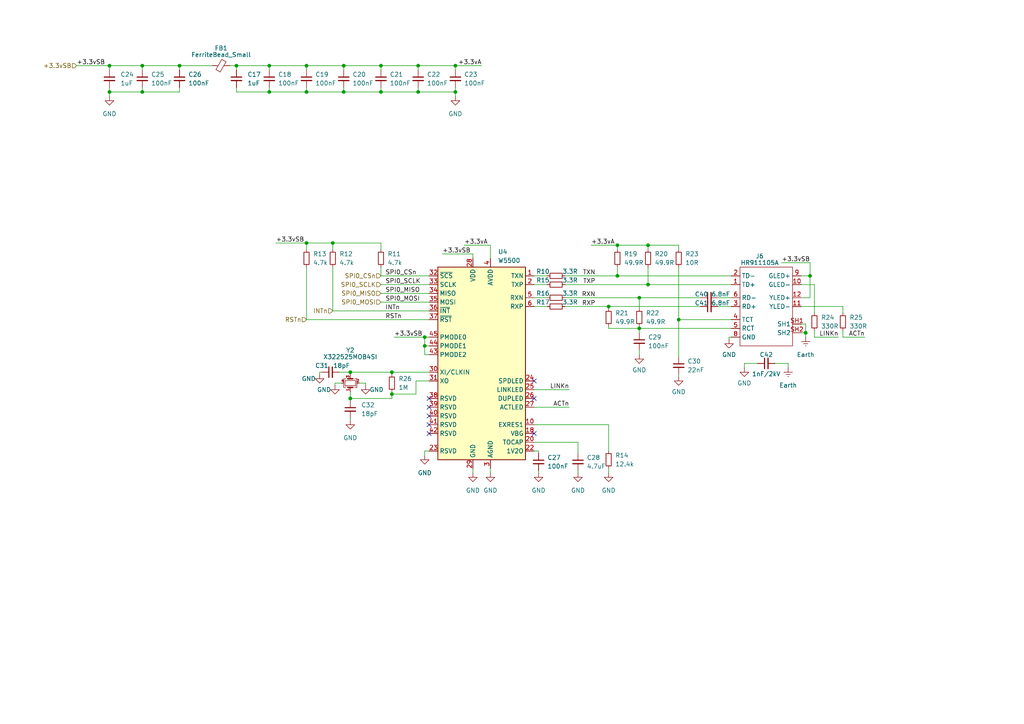
<source format=kicad_sch>
(kicad_sch
	(version 20231120)
	(generator "eeschema")
	(generator_version "8.0")
	(uuid "0f44b6ff-60ca-4c1c-afaf-b7ff64f7ea91")
	(paper "A4")
	(title_block
		(title "OpenJBOD Controller")
		(date "2024-08-06")
		(rev "4")
		(company "TheGuyDanish")
	)
	(lib_symbols
		(symbol "Device:C_Small"
			(pin_numbers hide)
			(pin_names
				(offset 0.254) hide)
			(exclude_from_sim no)
			(in_bom yes)
			(on_board yes)
			(property "Reference" "C"
				(at 0.254 1.778 0)
				(effects
					(font
						(size 1.27 1.27)
					)
					(justify left)
				)
			)
			(property "Value" "C_Small"
				(at 0.254 -2.032 0)
				(effects
					(font
						(size 1.27 1.27)
					)
					(justify left)
				)
			)
			(property "Footprint" ""
				(at 0 0 0)
				(effects
					(font
						(size 1.27 1.27)
					)
					(hide yes)
				)
			)
			(property "Datasheet" "~"
				(at 0 0 0)
				(effects
					(font
						(size 1.27 1.27)
					)
					(hide yes)
				)
			)
			(property "Description" "Unpolarized capacitor, small symbol"
				(at 0 0 0)
				(effects
					(font
						(size 1.27 1.27)
					)
					(hide yes)
				)
			)
			(property "ki_keywords" "capacitor cap"
				(at 0 0 0)
				(effects
					(font
						(size 1.27 1.27)
					)
					(hide yes)
				)
			)
			(property "ki_fp_filters" "C_*"
				(at 0 0 0)
				(effects
					(font
						(size 1.27 1.27)
					)
					(hide yes)
				)
			)
			(symbol "C_Small_0_1"
				(polyline
					(pts
						(xy -1.524 -0.508) (xy 1.524 -0.508)
					)
					(stroke
						(width 0.3302)
						(type default)
					)
					(fill
						(type none)
					)
				)
				(polyline
					(pts
						(xy -1.524 0.508) (xy 1.524 0.508)
					)
					(stroke
						(width 0.3048)
						(type default)
					)
					(fill
						(type none)
					)
				)
			)
			(symbol "C_Small_1_1"
				(pin passive line
					(at 0 2.54 270)
					(length 2.032)
					(name "~"
						(effects
							(font
								(size 1.27 1.27)
							)
						)
					)
					(number "1"
						(effects
							(font
								(size 1.27 1.27)
							)
						)
					)
				)
				(pin passive line
					(at 0 -2.54 90)
					(length 2.032)
					(name "~"
						(effects
							(font
								(size 1.27 1.27)
							)
						)
					)
					(number "2"
						(effects
							(font
								(size 1.27 1.27)
							)
						)
					)
				)
			)
		)
		(symbol "Device:Crystal_GND24_Small"
			(pin_names
				(offset 1.016) hide)
			(exclude_from_sim no)
			(in_bom yes)
			(on_board yes)
			(property "Reference" "Y"
				(at 1.27 4.445 0)
				(effects
					(font
						(size 1.27 1.27)
					)
					(justify left)
				)
			)
			(property "Value" "Crystal_GND24_Small"
				(at 1.27 2.54 0)
				(effects
					(font
						(size 1.27 1.27)
					)
					(justify left)
				)
			)
			(property "Footprint" ""
				(at 0 0 0)
				(effects
					(font
						(size 1.27 1.27)
					)
					(hide yes)
				)
			)
			(property "Datasheet" "~"
				(at 0 0 0)
				(effects
					(font
						(size 1.27 1.27)
					)
					(hide yes)
				)
			)
			(property "Description" "Four pin crystal, GND on pins 2 and 4, small symbol"
				(at 0 0 0)
				(effects
					(font
						(size 1.27 1.27)
					)
					(hide yes)
				)
			)
			(property "ki_keywords" "quartz ceramic resonator oscillator"
				(at 0 0 0)
				(effects
					(font
						(size 1.27 1.27)
					)
					(hide yes)
				)
			)
			(property "ki_fp_filters" "Crystal*"
				(at 0 0 0)
				(effects
					(font
						(size 1.27 1.27)
					)
					(hide yes)
				)
			)
			(symbol "Crystal_GND24_Small_0_1"
				(rectangle
					(start -0.762 -1.524)
					(end 0.762 1.524)
					(stroke
						(width 0)
						(type default)
					)
					(fill
						(type none)
					)
				)
				(polyline
					(pts
						(xy -1.27 -0.762) (xy -1.27 0.762)
					)
					(stroke
						(width 0.381)
						(type default)
					)
					(fill
						(type none)
					)
				)
				(polyline
					(pts
						(xy 1.27 -0.762) (xy 1.27 0.762)
					)
					(stroke
						(width 0.381)
						(type default)
					)
					(fill
						(type none)
					)
				)
				(polyline
					(pts
						(xy -1.27 -1.27) (xy -1.27 -1.905) (xy 1.27 -1.905) (xy 1.27 -1.27)
					)
					(stroke
						(width 0)
						(type default)
					)
					(fill
						(type none)
					)
				)
				(polyline
					(pts
						(xy -1.27 1.27) (xy -1.27 1.905) (xy 1.27 1.905) (xy 1.27 1.27)
					)
					(stroke
						(width 0)
						(type default)
					)
					(fill
						(type none)
					)
				)
			)
			(symbol "Crystal_GND24_Small_1_1"
				(pin passive line
					(at -2.54 0 0)
					(length 1.27)
					(name "1"
						(effects
							(font
								(size 1.27 1.27)
							)
						)
					)
					(number "1"
						(effects
							(font
								(size 0.762 0.762)
							)
						)
					)
				)
				(pin passive line
					(at 0 -2.54 90)
					(length 0.635)
					(name "2"
						(effects
							(font
								(size 1.27 1.27)
							)
						)
					)
					(number "2"
						(effects
							(font
								(size 0.762 0.762)
							)
						)
					)
				)
				(pin passive line
					(at 2.54 0 180)
					(length 1.27)
					(name "3"
						(effects
							(font
								(size 1.27 1.27)
							)
						)
					)
					(number "3"
						(effects
							(font
								(size 0.762 0.762)
							)
						)
					)
				)
				(pin passive line
					(at 0 2.54 270)
					(length 0.635)
					(name "4"
						(effects
							(font
								(size 1.27 1.27)
							)
						)
					)
					(number "4"
						(effects
							(font
								(size 0.762 0.762)
							)
						)
					)
				)
			)
		)
		(symbol "Device:FerriteBead_Small"
			(pin_numbers hide)
			(pin_names
				(offset 0)
			)
			(exclude_from_sim no)
			(in_bom yes)
			(on_board yes)
			(property "Reference" "FB"
				(at 1.905 1.27 0)
				(effects
					(font
						(size 1.27 1.27)
					)
					(justify left)
				)
			)
			(property "Value" "FerriteBead_Small"
				(at 1.905 -1.27 0)
				(effects
					(font
						(size 1.27 1.27)
					)
					(justify left)
				)
			)
			(property "Footprint" ""
				(at -1.778 0 90)
				(effects
					(font
						(size 1.27 1.27)
					)
					(hide yes)
				)
			)
			(property "Datasheet" "~"
				(at 0 0 0)
				(effects
					(font
						(size 1.27 1.27)
					)
					(hide yes)
				)
			)
			(property "Description" "Ferrite bead, small symbol"
				(at 0 0 0)
				(effects
					(font
						(size 1.27 1.27)
					)
					(hide yes)
				)
			)
			(property "ki_keywords" "L ferrite bead inductor filter"
				(at 0 0 0)
				(effects
					(font
						(size 1.27 1.27)
					)
					(hide yes)
				)
			)
			(property "ki_fp_filters" "Inductor_* L_* *Ferrite*"
				(at 0 0 0)
				(effects
					(font
						(size 1.27 1.27)
					)
					(hide yes)
				)
			)
			(symbol "FerriteBead_Small_0_1"
				(polyline
					(pts
						(xy 0 -1.27) (xy 0 -0.7874)
					)
					(stroke
						(width 0)
						(type default)
					)
					(fill
						(type none)
					)
				)
				(polyline
					(pts
						(xy 0 0.889) (xy 0 1.2954)
					)
					(stroke
						(width 0)
						(type default)
					)
					(fill
						(type none)
					)
				)
				(polyline
					(pts
						(xy -1.8288 0.2794) (xy -1.1176 1.4986) (xy 1.8288 -0.2032) (xy 1.1176 -1.4224) (xy -1.8288 0.2794)
					)
					(stroke
						(width 0)
						(type default)
					)
					(fill
						(type none)
					)
				)
			)
			(symbol "FerriteBead_Small_1_1"
				(pin passive line
					(at 0 2.54 270)
					(length 1.27)
					(name "~"
						(effects
							(font
								(size 1.27 1.27)
							)
						)
					)
					(number "1"
						(effects
							(font
								(size 1.27 1.27)
							)
						)
					)
				)
				(pin passive line
					(at 0 -2.54 90)
					(length 1.27)
					(name "~"
						(effects
							(font
								(size 1.27 1.27)
							)
						)
					)
					(number "2"
						(effects
							(font
								(size 1.27 1.27)
							)
						)
					)
				)
			)
		)
		(symbol "Device:R_Small"
			(pin_numbers hide)
			(pin_names
				(offset 0.254) hide)
			(exclude_from_sim no)
			(in_bom yes)
			(on_board yes)
			(property "Reference" "R"
				(at 0.762 0.508 0)
				(effects
					(font
						(size 1.27 1.27)
					)
					(justify left)
				)
			)
			(property "Value" "R_Small"
				(at 0.762 -1.016 0)
				(effects
					(font
						(size 1.27 1.27)
					)
					(justify left)
				)
			)
			(property "Footprint" ""
				(at 0 0 0)
				(effects
					(font
						(size 1.27 1.27)
					)
					(hide yes)
				)
			)
			(property "Datasheet" "~"
				(at 0 0 0)
				(effects
					(font
						(size 1.27 1.27)
					)
					(hide yes)
				)
			)
			(property "Description" "Resistor, small symbol"
				(at 0 0 0)
				(effects
					(font
						(size 1.27 1.27)
					)
					(hide yes)
				)
			)
			(property "ki_keywords" "R resistor"
				(at 0 0 0)
				(effects
					(font
						(size 1.27 1.27)
					)
					(hide yes)
				)
			)
			(property "ki_fp_filters" "R_*"
				(at 0 0 0)
				(effects
					(font
						(size 1.27 1.27)
					)
					(hide yes)
				)
			)
			(symbol "R_Small_0_1"
				(rectangle
					(start -0.762 1.778)
					(end 0.762 -1.778)
					(stroke
						(width 0.2032)
						(type default)
					)
					(fill
						(type none)
					)
				)
			)
			(symbol "R_Small_1_1"
				(pin passive line
					(at 0 2.54 270)
					(length 0.762)
					(name "~"
						(effects
							(font
								(size 1.27 1.27)
							)
						)
					)
					(number "1"
						(effects
							(font
								(size 1.27 1.27)
							)
						)
					)
				)
				(pin passive line
					(at 0 -2.54 90)
					(length 0.762)
					(name "~"
						(effects
							(font
								(size 1.27 1.27)
							)
						)
					)
					(number "2"
						(effects
							(font
								(size 1.27 1.27)
							)
						)
					)
				)
			)
		)
		(symbol "Interface_Ethernet:W5500"
			(exclude_from_sim no)
			(in_bom yes)
			(on_board yes)
			(property "Reference" "U4"
				(at 4.7341 32.385 0)
				(effects
					(font
						(size 1.27 1.27)
					)
					(justify left)
				)
			)
			(property "Value" "W5500"
				(at 4.7341 29.845 0)
				(effects
					(font
						(size 1.27 1.27)
					)
					(justify left)
				)
			)
			(property "Footprint" "Package_QFP:LQFP-48_7x7mm_P0.5mm"
				(at 0 41.91 0)
				(effects
					(font
						(size 1.27 1.27)
					)
					(hide yes)
				)
			)
			(property "Datasheet" "http://wizwiki.net/wiki/lib/exe/fetch.php/products:w5500:w5500_ds_v109e.pdf"
				(at 0 25.4 0)
				(effects
					(font
						(size 1.27 1.27)
					)
					(hide yes)
				)
			)
			(property "Description" "10/100Mb SPI Ethernet controller with TCP/IP stack, LQFP-48"
				(at 0 0 0)
				(effects
					(font
						(size 1.27 1.27)
					)
					(hide yes)
				)
			)
			(property "ki_keywords" "WIZnet Ethernet controller"
				(at 0 0 0)
				(effects
					(font
						(size 1.27 1.27)
					)
					(hide yes)
				)
			)
			(property "ki_fp_filters" "LQFP*7x7mm*P0.5mm*"
				(at 0 0 0)
				(effects
					(font
						(size 1.27 1.27)
					)
					(hide yes)
				)
			)
			(symbol "W5500_0_1"
				(rectangle
					(start -12.7 27.94)
					(end 12.7 -27.94)
					(stroke
						(width 0.254)
						(type default)
					)
					(fill
						(type background)
					)
				)
			)
			(symbol "W5500_1_1"
				(pin output line
					(at 15.24 25.4 180)
					(length 2.54)
					(name "TXN"
						(effects
							(font
								(size 1.27 1.27)
							)
						)
					)
					(number "1"
						(effects
							(font
								(size 1.27 1.27)
							)
						)
					)
				)
				(pin passive line
					(at 15.24 -17.78 180)
					(length 2.54)
					(name "EXRES1"
						(effects
							(font
								(size 1.27 1.27)
							)
						)
					)
					(number "10"
						(effects
							(font
								(size 1.27 1.27)
							)
						)
					)
				)
				(pin passive line
					(at 2.54 30.48 270)
					(length 2.54) hide
					(name "AVDD"
						(effects
							(font
								(size 1.27 1.27)
							)
						)
					)
					(number "11"
						(effects
							(font
								(size 1.27 1.27)
							)
						)
					)
				)
				(pin no_connect line
					(at 12.7 7.62 180)
					(length 2.54) hide
					(name "NC"
						(effects
							(font
								(size 1.27 1.27)
							)
						)
					)
					(number "12"
						(effects
							(font
								(size 1.27 1.27)
							)
						)
					)
				)
				(pin no_connect line
					(at 12.7 5.08 180)
					(length 2.54) hide
					(name "NC"
						(effects
							(font
								(size 1.27 1.27)
							)
						)
					)
					(number "13"
						(effects
							(font
								(size 1.27 1.27)
							)
						)
					)
				)
				(pin passive line
					(at 2.54 -30.48 90)
					(length 2.54) hide
					(name "AGND"
						(effects
							(font
								(size 1.27 1.27)
							)
						)
					)
					(number "14"
						(effects
							(font
								(size 1.27 1.27)
							)
						)
					)
				)
				(pin passive line
					(at 2.54 30.48 270)
					(length 2.54) hide
					(name "AVDD"
						(effects
							(font
								(size 1.27 1.27)
							)
						)
					)
					(number "15"
						(effects
							(font
								(size 1.27 1.27)
							)
						)
					)
				)
				(pin passive line
					(at 2.54 -30.48 90)
					(length 2.54) hide
					(name "AGND"
						(effects
							(font
								(size 1.27 1.27)
							)
						)
					)
					(number "16"
						(effects
							(font
								(size 1.27 1.27)
							)
						)
					)
				)
				(pin passive line
					(at 2.54 30.48 270)
					(length 2.54) hide
					(name "AVDD"
						(effects
							(font
								(size 1.27 1.27)
							)
						)
					)
					(number "17"
						(effects
							(font
								(size 1.27 1.27)
							)
						)
					)
				)
				(pin passive line
					(at 15.24 -20.32 180)
					(length 2.54)
					(name "VBG"
						(effects
							(font
								(size 1.27 1.27)
							)
						)
					)
					(number "18"
						(effects
							(font
								(size 1.27 1.27)
							)
						)
					)
				)
				(pin passive line
					(at 2.54 -30.48 90)
					(length 2.54) hide
					(name "AGND"
						(effects
							(font
								(size 1.27 1.27)
							)
						)
					)
					(number "19"
						(effects
							(font
								(size 1.27 1.27)
							)
						)
					)
				)
				(pin output line
					(at 15.24 22.86 180)
					(length 2.54)
					(name "TXP"
						(effects
							(font
								(size 1.27 1.27)
							)
						)
					)
					(number "2"
						(effects
							(font
								(size 1.27 1.27)
							)
						)
					)
				)
				(pin passive line
					(at 15.24 -22.86 180)
					(length 2.54)
					(name "TOCAP"
						(effects
							(font
								(size 1.27 1.27)
							)
						)
					)
					(number "20"
						(effects
							(font
								(size 1.27 1.27)
							)
						)
					)
				)
				(pin passive line
					(at 2.54 30.48 270)
					(length 2.54) hide
					(name "AVDD"
						(effects
							(font
								(size 1.27 1.27)
							)
						)
					)
					(number "21"
						(effects
							(font
								(size 1.27 1.27)
							)
						)
					)
				)
				(pin output line
					(at 15.24 -25.4 180)
					(length 2.54)
					(name "1V2O"
						(effects
							(font
								(size 1.27 1.27)
							)
						)
					)
					(number "22"
						(effects
							(font
								(size 1.27 1.27)
							)
						)
					)
				)
				(pin input line
					(at -15.24 -25.4 0)
					(length 2.54)
					(name "RSVD"
						(effects
							(font
								(size 1.27 1.27)
							)
						)
					)
					(number "23"
						(effects
							(font
								(size 1.27 1.27)
							)
						)
					)
				)
				(pin output line
					(at 15.24 -5.08 180)
					(length 2.54)
					(name "SPDLED"
						(effects
							(font
								(size 1.27 1.27)
							)
						)
					)
					(number "24"
						(effects
							(font
								(size 1.27 1.27)
							)
						)
					)
				)
				(pin output line
					(at 15.24 -7.62 180)
					(length 2.54)
					(name "LINKLED"
						(effects
							(font
								(size 1.27 1.27)
							)
						)
					)
					(number "25"
						(effects
							(font
								(size 1.27 1.27)
							)
						)
					)
				)
				(pin output line
					(at 15.24 -10.16 180)
					(length 2.54)
					(name "DUPLED"
						(effects
							(font
								(size 1.27 1.27)
							)
						)
					)
					(number "26"
						(effects
							(font
								(size 1.27 1.27)
							)
						)
					)
				)
				(pin output line
					(at 15.24 -12.7 180)
					(length 2.54)
					(name "ACTLED"
						(effects
							(font
								(size 1.27 1.27)
							)
						)
					)
					(number "27"
						(effects
							(font
								(size 1.27 1.27)
							)
						)
					)
				)
				(pin power_in line
					(at -2.54 30.48 270)
					(length 2.54)
					(name "VDD"
						(effects
							(font
								(size 1.27 1.27)
							)
						)
					)
					(number "28"
						(effects
							(font
								(size 1.27 1.27)
							)
						)
					)
				)
				(pin power_in line
					(at -2.54 -30.48 90)
					(length 2.54)
					(name "GND"
						(effects
							(font
								(size 1.27 1.27)
							)
						)
					)
					(number "29"
						(effects
							(font
								(size 1.27 1.27)
							)
						)
					)
				)
				(pin power_in line
					(at 2.54 -30.48 90)
					(length 2.54)
					(name "AGND"
						(effects
							(font
								(size 1.27 1.27)
							)
						)
					)
					(number "3"
						(effects
							(font
								(size 1.27 1.27)
							)
						)
					)
				)
				(pin input line
					(at -15.24 -2.54 0)
					(length 2.54)
					(name "XI/CLKIN"
						(effects
							(font
								(size 1.27 1.27)
							)
						)
					)
					(number "30"
						(effects
							(font
								(size 1.27 1.27)
							)
						)
					)
				)
				(pin output line
					(at -15.24 -5.08 0)
					(length 2.54)
					(name "XO"
						(effects
							(font
								(size 1.27 1.27)
							)
						)
					)
					(number "31"
						(effects
							(font
								(size 1.27 1.27)
							)
						)
					)
				)
				(pin input line
					(at -15.24 25.4 0)
					(length 2.54)
					(name "~{SCS}"
						(effects
							(font
								(size 1.27 1.27)
							)
						)
					)
					(number "32"
						(effects
							(font
								(size 1.27 1.27)
							)
						)
					)
				)
				(pin input line
					(at -15.24 22.86 0)
					(length 2.54)
					(name "SCLK"
						(effects
							(font
								(size 1.27 1.27)
							)
						)
					)
					(number "33"
						(effects
							(font
								(size 1.27 1.27)
							)
						)
					)
				)
				(pin output line
					(at -15.24 20.32 0)
					(length 2.54)
					(name "MISO"
						(effects
							(font
								(size 1.27 1.27)
							)
						)
					)
					(number "34"
						(effects
							(font
								(size 1.27 1.27)
							)
						)
					)
				)
				(pin input line
					(at -15.24 17.78 0)
					(length 2.54)
					(name "MOSI"
						(effects
							(font
								(size 1.27 1.27)
							)
						)
					)
					(number "35"
						(effects
							(font
								(size 1.27 1.27)
							)
						)
					)
				)
				(pin input line
					(at -15.24 15.24 0)
					(length 2.54)
					(name "~{INT}"
						(effects
							(font
								(size 1.27 1.27)
							)
						)
					)
					(number "36"
						(effects
							(font
								(size 1.27 1.27)
							)
						)
					)
				)
				(pin input line
					(at -15.24 12.7 0)
					(length 2.54)
					(name "~{RST}"
						(effects
							(font
								(size 1.27 1.27)
							)
						)
					)
					(number "37"
						(effects
							(font
								(size 1.27 1.27)
							)
						)
					)
				)
				(pin input line
					(at -15.24 -10.16 0)
					(length 2.54)
					(name "RSVD"
						(effects
							(font
								(size 1.27 1.27)
							)
						)
					)
					(number "38"
						(effects
							(font
								(size 1.27 1.27)
							)
						)
					)
				)
				(pin input line
					(at -15.24 -12.7 0)
					(length 2.54)
					(name "RSVD"
						(effects
							(font
								(size 1.27 1.27)
							)
						)
					)
					(number "39"
						(effects
							(font
								(size 1.27 1.27)
							)
						)
					)
				)
				(pin power_in line
					(at 2.54 30.48 270)
					(length 2.54)
					(name "AVDD"
						(effects
							(font
								(size 1.27 1.27)
							)
						)
					)
					(number "4"
						(effects
							(font
								(size 1.27 1.27)
							)
						)
					)
				)
				(pin input line
					(at -15.24 -15.24 0)
					(length 2.54)
					(name "RSVD"
						(effects
							(font
								(size 1.27 1.27)
							)
						)
					)
					(number "40"
						(effects
							(font
								(size 1.27 1.27)
							)
						)
					)
				)
				(pin input line
					(at -15.24 -17.78 0)
					(length 2.54)
					(name "RSVD"
						(effects
							(font
								(size 1.27 1.27)
							)
						)
					)
					(number "41"
						(effects
							(font
								(size 1.27 1.27)
							)
						)
					)
				)
				(pin input line
					(at -15.24 -20.32 0)
					(length 2.54)
					(name "RSVD"
						(effects
							(font
								(size 1.27 1.27)
							)
						)
					)
					(number "42"
						(effects
							(font
								(size 1.27 1.27)
							)
						)
					)
				)
				(pin input line
					(at -15.24 2.54 0)
					(length 2.54)
					(name "PMODE2"
						(effects
							(font
								(size 1.27 1.27)
							)
						)
					)
					(number "43"
						(effects
							(font
								(size 1.27 1.27)
							)
						)
					)
				)
				(pin input line
					(at -15.24 5.08 0)
					(length 2.54)
					(name "PMODE1"
						(effects
							(font
								(size 1.27 1.27)
							)
						)
					)
					(number "44"
						(effects
							(font
								(size 1.27 1.27)
							)
						)
					)
				)
				(pin input line
					(at -15.24 7.62 0)
					(length 2.54)
					(name "PMODE0"
						(effects
							(font
								(size 1.27 1.27)
							)
						)
					)
					(number "45"
						(effects
							(font
								(size 1.27 1.27)
							)
						)
					)
				)
				(pin no_connect line
					(at 12.7 2.54 180)
					(length 2.54) hide
					(name "NC"
						(effects
							(font
								(size 1.27 1.27)
							)
						)
					)
					(number "46"
						(effects
							(font
								(size 1.27 1.27)
							)
						)
					)
				)
				(pin no_connect line
					(at 12.7 0 180)
					(length 2.54) hide
					(name "NC"
						(effects
							(font
								(size 1.27 1.27)
							)
						)
					)
					(number "47"
						(effects
							(font
								(size 1.27 1.27)
							)
						)
					)
				)
				(pin passive line
					(at 2.54 -30.48 90)
					(length 2.54) hide
					(name "AGND"
						(effects
							(font
								(size 1.27 1.27)
							)
						)
					)
					(number "48"
						(effects
							(font
								(size 1.27 1.27)
							)
						)
					)
				)
				(pin input line
					(at 15.24 19.05 180)
					(length 2.54)
					(name "RXN"
						(effects
							(font
								(size 1.27 1.27)
							)
						)
					)
					(number "5"
						(effects
							(font
								(size 1.27 1.27)
							)
						)
					)
				)
				(pin input line
					(at 15.24 16.51 180)
					(length 2.54)
					(name "RXP"
						(effects
							(font
								(size 1.27 1.27)
							)
						)
					)
					(number "6"
						(effects
							(font
								(size 1.27 1.27)
							)
						)
					)
				)
				(pin no_connect line
					(at 12.7 10.16 180)
					(length 2.54) hide
					(name "DNC"
						(effects
							(font
								(size 1.27 1.27)
							)
						)
					)
					(number "7"
						(effects
							(font
								(size 1.27 1.27)
							)
						)
					)
				)
				(pin passive line
					(at 2.54 30.48 270)
					(length 2.54) hide
					(name "AVDD"
						(effects
							(font
								(size 1.27 1.27)
							)
						)
					)
					(number "8"
						(effects
							(font
								(size 1.27 1.27)
							)
						)
					)
				)
				(pin passive line
					(at 2.54 -30.48 90)
					(length 2.54) hide
					(name "AGND"
						(effects
							(font
								(size 1.27 1.27)
							)
						)
					)
					(number "9"
						(effects
							(font
								(size 1.27 1.27)
							)
						)
					)
				)
			)
		)
		(symbol "OpenJBOD:HR911105A"
			(exclude_from_sim no)
			(in_bom no)
			(on_board yes)
			(property "Reference" "J6"
				(at 10.16 5.08 0)
				(effects
					(font
						(size 1.27 1.27)
					)
				)
			)
			(property "Value" "HR911105A"
				(at 10.16 2.54 0)
				(effects
					(font
						(size 1.27 1.27)
					)
				)
			)
			(property "Footprint" "OpenJBOD_Library:RJ45-TH_HR911105A"
				(at 0 0 0)
				(effects
					(font
						(size 1.27 1.27)
					)
					(hide yes)
				)
			)
			(property "Datasheet" "https://datasheet.lcsc.com/lcsc/1811141815_HANRUN-Zhongshan-HanRun-Elec-HR911105A_C12074.pdf"
				(at 10.16 6.35 0)
				(effects
					(font
						(size 1.27 1.27)
					)
					(hide yes)
				)
			)
			(property "Description" ""
				(at 0 0 0)
				(effects
					(font
						(size 1.27 1.27)
					)
					(hide yes)
				)
			)
			(symbol "HR911105A_0_1"
				(rectangle
					(start 2.54 0)
					(end 17.78 -22.86)
					(stroke
						(width 0)
						(type default)
					)
					(fill
						(type none)
					)
				)
			)
			(symbol "HR911105A_1_1"
				(pin input line
					(at 0 -5.08 0)
					(length 2.54)
					(name "TD+"
						(effects
							(font
								(size 1.27 1.27)
							)
						)
					)
					(number "1"
						(effects
							(font
								(size 1.27 1.27)
							)
						)
					)
				)
				(pin input line
					(at 20.32 -5.08 180)
					(length 2.54)
					(name "GLED-"
						(effects
							(font
								(size 1.27 1.27)
							)
						)
					)
					(number "10"
						(effects
							(font
								(size 1.27 1.27)
							)
						)
					)
				)
				(pin input line
					(at 20.32 -11.43 180)
					(length 2.54)
					(name "YLED-"
						(effects
							(font
								(size 1.27 1.27)
							)
						)
					)
					(number "11"
						(effects
							(font
								(size 1.27 1.27)
							)
						)
					)
				)
				(pin input line
					(at 20.32 -8.89 180)
					(length 2.54)
					(name "YLED+"
						(effects
							(font
								(size 1.27 1.27)
							)
						)
					)
					(number "12"
						(effects
							(font
								(size 1.27 1.27)
							)
						)
					)
				)
				(pin input line
					(at 0 -2.54 0)
					(length 2.54)
					(name "TD-"
						(effects
							(font
								(size 1.27 1.27)
							)
						)
					)
					(number "2"
						(effects
							(font
								(size 1.27 1.27)
							)
						)
					)
				)
				(pin input line
					(at 0 -11.43 0)
					(length 2.54)
					(name "RD+"
						(effects
							(font
								(size 1.27 1.27)
							)
						)
					)
					(number "3"
						(effects
							(font
								(size 1.27 1.27)
							)
						)
					)
				)
				(pin input line
					(at 0 -15.24 0)
					(length 2.54)
					(name "TCT"
						(effects
							(font
								(size 1.27 1.27)
							)
						)
					)
					(number "4"
						(effects
							(font
								(size 1.27 1.27)
							)
						)
					)
				)
				(pin input line
					(at 0 -17.78 0)
					(length 2.54)
					(name "RCT"
						(effects
							(font
								(size 1.27 1.27)
							)
						)
					)
					(number "5"
						(effects
							(font
								(size 1.27 1.27)
							)
						)
					)
				)
				(pin input line
					(at 0 -8.89 0)
					(length 2.54)
					(name "RD-"
						(effects
							(font
								(size 1.27 1.27)
							)
						)
					)
					(number "6"
						(effects
							(font
								(size 1.27 1.27)
							)
						)
					)
				)
				(pin no_connect line
					(at 20.32 -21.59 180)
					(length 2.54) hide
					(name "NC"
						(effects
							(font
								(size 1.27 1.27)
							)
						)
					)
					(number "7"
						(effects
							(font
								(size 1.27 1.27)
							)
						)
					)
				)
				(pin open_collector line
					(at 0 -20.32 0)
					(length 2.54)
					(name "GND"
						(effects
							(font
								(size 1.27 1.27)
							)
						)
					)
					(number "8"
						(effects
							(font
								(size 1.27 1.27)
							)
						)
					)
				)
				(pin input line
					(at 20.32 -2.54 180)
					(length 2.54)
					(name "GLED+"
						(effects
							(font
								(size 1.27 1.27)
							)
						)
					)
					(number "9"
						(effects
							(font
								(size 1.27 1.27)
							)
						)
					)
				)
				(pin input line
					(at 20.32 -16.51 180)
					(length 2.54)
					(name "SH1"
						(effects
							(font
								(size 1.27 1.27)
							)
						)
					)
					(number "SH1"
						(effects
							(font
								(size 1.27 1.27)
							)
						)
					)
				)
				(pin input line
					(at 20.32 -19.05 180)
					(length 2.54)
					(name "SH2"
						(effects
							(font
								(size 1.27 1.27)
							)
						)
					)
					(number "SH2"
						(effects
							(font
								(size 1.27 1.27)
							)
						)
					)
				)
			)
		)
		(symbol "power:Earth"
			(power)
			(pin_numbers hide)
			(pin_names
				(offset 0) hide)
			(exclude_from_sim no)
			(in_bom yes)
			(on_board yes)
			(property "Reference" "#PWR"
				(at 0 -6.35 0)
				(effects
					(font
						(size 1.27 1.27)
					)
					(hide yes)
				)
			)
			(property "Value" "Earth"
				(at 0 -3.81 0)
				(effects
					(font
						(size 1.27 1.27)
					)
				)
			)
			(property "Footprint" ""
				(at 0 0 0)
				(effects
					(font
						(size 1.27 1.27)
					)
					(hide yes)
				)
			)
			(property "Datasheet" "~"
				(at 0 0 0)
				(effects
					(font
						(size 1.27 1.27)
					)
					(hide yes)
				)
			)
			(property "Description" "Power symbol creates a global label with name \"Earth\""
				(at 0 0 0)
				(effects
					(font
						(size 1.27 1.27)
					)
					(hide yes)
				)
			)
			(property "ki_keywords" "global ground gnd"
				(at 0 0 0)
				(effects
					(font
						(size 1.27 1.27)
					)
					(hide yes)
				)
			)
			(symbol "Earth_0_1"
				(polyline
					(pts
						(xy -0.635 -1.905) (xy 0.635 -1.905)
					)
					(stroke
						(width 0)
						(type default)
					)
					(fill
						(type none)
					)
				)
				(polyline
					(pts
						(xy -0.127 -2.54) (xy 0.127 -2.54)
					)
					(stroke
						(width 0)
						(type default)
					)
					(fill
						(type none)
					)
				)
				(polyline
					(pts
						(xy 0 -1.27) (xy 0 0)
					)
					(stroke
						(width 0)
						(type default)
					)
					(fill
						(type none)
					)
				)
				(polyline
					(pts
						(xy 1.27 -1.27) (xy -1.27 -1.27)
					)
					(stroke
						(width 0)
						(type default)
					)
					(fill
						(type none)
					)
				)
			)
			(symbol "Earth_1_1"
				(pin power_in line
					(at 0 0 270)
					(length 0)
					(name "~"
						(effects
							(font
								(size 1.27 1.27)
							)
						)
					)
					(number "1"
						(effects
							(font
								(size 1.27 1.27)
							)
						)
					)
				)
			)
		)
		(symbol "power:GND"
			(power)
			(pin_names
				(offset 0)
			)
			(exclude_from_sim no)
			(in_bom yes)
			(on_board yes)
			(property "Reference" "#PWR"
				(at 0 -6.35 0)
				(effects
					(font
						(size 1.27 1.27)
					)
					(hide yes)
				)
			)
			(property "Value" "GND"
				(at 0 -3.81 0)
				(effects
					(font
						(size 1.27 1.27)
					)
				)
			)
			(property "Footprint" ""
				(at 0 0 0)
				(effects
					(font
						(size 1.27 1.27)
					)
					(hide yes)
				)
			)
			(property "Datasheet" ""
				(at 0 0 0)
				(effects
					(font
						(size 1.27 1.27)
					)
					(hide yes)
				)
			)
			(property "Description" "Power symbol creates a global label with name \"GND\" , ground"
				(at 0 0 0)
				(effects
					(font
						(size 1.27 1.27)
					)
					(hide yes)
				)
			)
			(property "ki_keywords" "global power"
				(at 0 0 0)
				(effects
					(font
						(size 1.27 1.27)
					)
					(hide yes)
				)
			)
			(symbol "GND_0_1"
				(polyline
					(pts
						(xy 0 0) (xy 0 -1.27) (xy 1.27 -1.27) (xy 0 -2.54) (xy -1.27 -1.27) (xy 0 -1.27)
					)
					(stroke
						(width 0)
						(type default)
					)
					(fill
						(type none)
					)
				)
			)
			(symbol "GND_1_1"
				(pin power_in line
					(at 0 0 270)
					(length 0) hide
					(name "GND"
						(effects
							(font
								(size 1.27 1.27)
							)
						)
					)
					(number "1"
						(effects
							(font
								(size 1.27 1.27)
							)
						)
					)
				)
			)
		)
	)
	(junction
		(at 110.49 19.05)
		(diameter 0)
		(color 0 0 0 0)
		(uuid "05e1c994-1fc4-4cd5-8129-fcd5cb5df10a")
	)
	(junction
		(at 99.695 26.67)
		(diameter 0)
		(color 0 0 0 0)
		(uuid "05fc8af3-3b10-4459-afda-2fd2136ab7a1")
	)
	(junction
		(at 185.42 95.25)
		(diameter 0)
		(color 0 0 0 0)
		(uuid "0e5330bb-a0ce-472c-9306-f139514bce66")
	)
	(junction
		(at 179.07 80.01)
		(diameter 0)
		(color 0 0 0 0)
		(uuid "184a1ca9-3cc1-45e2-b4d4-55c9b8943a75")
	)
	(junction
		(at 123.19 100.33)
		(diameter 0)
		(color 0 0 0 0)
		(uuid "1a85fe98-a435-4bfb-885c-0bef0da2ca90")
	)
	(junction
		(at 96.52 70.485)
		(diameter 0)
		(color 0 0 0 0)
		(uuid "1b3d9c94-49a3-4a86-b2f2-84d93ad1dde3")
	)
	(junction
		(at 31.75 26.67)
		(diameter 0)
		(color 0 0 0 0)
		(uuid "227950e7-2054-4ac5-b384-2d59cff21de9")
	)
	(junction
		(at 187.96 71.12)
		(diameter 0)
		(color 0 0 0 0)
		(uuid "2cb38c8c-8567-499b-8669-5b6505d9b72e")
	)
	(junction
		(at 196.85 92.71)
		(diameter 0)
		(color 0 0 0 0)
		(uuid "2fb22150-5a39-487b-9e48-00778cf7746f")
	)
	(junction
		(at 41.275 26.67)
		(diameter 0)
		(color 0 0 0 0)
		(uuid "564e3bae-56da-4446-ab4f-70a979bd4c48")
	)
	(junction
		(at 113.665 114.3)
		(diameter 0)
		(color 0 0 0 0)
		(uuid "56bb0db4-1ac8-4ce1-a59d-d7257e46dd00")
	)
	(junction
		(at 41.275 19.05)
		(diameter 0)
		(color 0 0 0 0)
		(uuid "62f4d4f9-0a73-4419-b369-084b0614516d")
	)
	(junction
		(at 78.105 26.67)
		(diameter 0)
		(color 0 0 0 0)
		(uuid "6a31d5e7-2375-424d-9738-642079fe9ff5")
	)
	(junction
		(at 88.9 70.485)
		(diameter 0)
		(color 0 0 0 0)
		(uuid "6ff7d1a2-a268-40c2-bab7-31adce8fdb60")
	)
	(junction
		(at 123.19 97.79)
		(diameter 0)
		(color 0 0 0 0)
		(uuid "71db75f4-9f18-4d8a-806c-62d9f17e8e0e")
	)
	(junction
		(at 101.6 115.57)
		(diameter 0)
		(color 0 0 0 0)
		(uuid "771f9fd7-1d71-407f-9d87-2827e060e169")
	)
	(junction
		(at 234.95 80.01)
		(diameter 0)
		(color 0 0 0 0)
		(uuid "779b7cc8-8e6f-4025-9b5a-74e3a8c5ad99")
	)
	(junction
		(at 88.9 19.05)
		(diameter 0)
		(color 0 0 0 0)
		(uuid "83641621-f199-4787-bfa5-101a35061019")
	)
	(junction
		(at 132.08 26.67)
		(diameter 0)
		(color 0 0 0 0)
		(uuid "89b839a9-d1e5-413e-bce1-0654ebe85b58")
	)
	(junction
		(at 99.695 19.05)
		(diameter 0)
		(color 0 0 0 0)
		(uuid "8b25b7de-5c90-4036-9dbb-2ecfbe0777af")
	)
	(junction
		(at 113.665 107.95)
		(diameter 0)
		(color 0 0 0 0)
		(uuid "8e4ee5b0-4d20-471d-a52c-47489b485ed9")
	)
	(junction
		(at 132.08 19.05)
		(diameter 0)
		(color 0 0 0 0)
		(uuid "8fcc8222-733d-48e3-87f6-e3a337ea78ad")
	)
	(junction
		(at 52.07 19.05)
		(diameter 0)
		(color 0 0 0 0)
		(uuid "91eca3be-1164-4460-8f37-48568f5ea873")
	)
	(junction
		(at 185.42 86.36)
		(diameter 0)
		(color 0 0 0 0)
		(uuid "9363ea97-d1ed-460a-a029-a1c08b77cef1")
	)
	(junction
		(at 121.285 26.67)
		(diameter 0)
		(color 0 0 0 0)
		(uuid "9e1d9c92-b515-4fa6-bd35-2759193a17fa")
	)
	(junction
		(at 121.285 19.05)
		(diameter 0)
		(color 0 0 0 0)
		(uuid "9eb43aee-3f53-47b8-b7c7-45fc6c7f9152")
	)
	(junction
		(at 179.07 71.12)
		(diameter 0)
		(color 0 0 0 0)
		(uuid "a15a30d0-55d3-403f-91c3-294c1ebcffef")
	)
	(junction
		(at 88.9 26.67)
		(diameter 0)
		(color 0 0 0 0)
		(uuid "b799f5f5-fb3b-4207-b1f1-21fb951211f0")
	)
	(junction
		(at 187.96 82.55)
		(diameter 0)
		(color 0 0 0 0)
		(uuid "c6f78566-1bf5-446d-ad79-7eac5d237265")
	)
	(junction
		(at 101.6 107.95)
		(diameter 0)
		(color 0 0 0 0)
		(uuid "cff401e1-04a1-4a76-835b-0bea12bcdc34")
	)
	(junction
		(at 176.53 88.9)
		(diameter 0)
		(color 0 0 0 0)
		(uuid "d701ec37-57b2-49bd-b628-03d74c66f612")
	)
	(junction
		(at 233.68 96.52)
		(diameter 0)
		(color 0 0 0 0)
		(uuid "d979db75-1466-4999-afde-ce788b776862")
	)
	(junction
		(at 68.58 19.05)
		(diameter 0)
		(color 0 0 0 0)
		(uuid "e06f0d52-4f73-4cbe-820c-360f9613e926")
	)
	(junction
		(at 110.49 26.67)
		(diameter 0)
		(color 0 0 0 0)
		(uuid "e3384cea-5614-4608-864f-8067bf060663")
	)
	(junction
		(at 78.105 19.05)
		(diameter 0)
		(color 0 0 0 0)
		(uuid "ec5be323-d275-4be6-b498-405cd7c68120")
	)
	(junction
		(at 31.75 19.05)
		(diameter 0)
		(color 0 0 0 0)
		(uuid "f1c0a839-f7f6-40bf-9d87-2cadf036fc12")
	)
	(no_connect
		(at 124.46 115.57)
		(uuid "3255672a-5e18-498a-93bd-7eac7a9f088a")
	)
	(no_connect
		(at 154.94 110.49)
		(uuid "5dd88881-32d9-4fb1-bff8-b812ae5e6c3e")
	)
	(no_connect
		(at 124.46 120.65)
		(uuid "70b79ae9-13c4-4ab1-98e6-605945494140")
	)
	(no_connect
		(at 154.94 115.57)
		(uuid "9d2b9f80-1227-4e85-93df-8f5d08dfb0a4")
	)
	(no_connect
		(at 124.46 123.19)
		(uuid "bd3fde11-7409-4260-9f80-ca811180440b")
	)
	(no_connect
		(at 124.46 118.11)
		(uuid "c777db42-6bab-48c1-b942-07a0168439a9")
	)
	(no_connect
		(at 124.46 125.73)
		(uuid "cf09a318-6c8e-44a7-ae57-4bb42dbf6c1e")
	)
	(no_connect
		(at 154.94 125.73)
		(uuid "e735b629-ea76-420e-a10d-ec990fc8ed83")
	)
	(wire
		(pts
			(xy 106.045 111.76) (xy 106.045 111.125)
		)
		(stroke
			(width 0)
			(type default)
		)
		(uuid "004952ab-859d-4e8f-9747-4df0628e0b64")
	)
	(wire
		(pts
			(xy 110.49 80.01) (xy 124.46 80.01)
		)
		(stroke
			(width 0)
			(type default)
		)
		(uuid "01164f4e-961f-420d-a1a4-9b9ebbd473a9")
	)
	(wire
		(pts
			(xy 113.665 115.57) (xy 113.665 114.3)
		)
		(stroke
			(width 0)
			(type default)
		)
		(uuid "018fe8d4-afaf-4a57-ac84-6b0c374e049c")
	)
	(wire
		(pts
			(xy 114.3 97.79) (xy 123.19 97.79)
		)
		(stroke
			(width 0)
			(type default)
		)
		(uuid "022583c1-e5ab-400a-b1ed-569d87c68f69")
	)
	(wire
		(pts
			(xy 66.675 19.05) (xy 68.58 19.05)
		)
		(stroke
			(width 0)
			(type default)
		)
		(uuid "056e02b9-c33a-41d7-bea6-7ca8b729f444")
	)
	(wire
		(pts
			(xy 41.275 26.67) (xy 31.75 26.67)
		)
		(stroke
			(width 0)
			(type default)
		)
		(uuid "05d2a8f7-e4ab-404c-8387-eb3f2913ee56")
	)
	(wire
		(pts
			(xy 234.95 76.2) (xy 234.95 80.01)
		)
		(stroke
			(width 0)
			(type default)
		)
		(uuid "05e20205-7489-4ea2-8376-efe0790ba052")
	)
	(wire
		(pts
			(xy 208.28 86.36) (xy 212.09 86.36)
		)
		(stroke
			(width 0)
			(type default)
		)
		(uuid "068dffc1-728c-4114-afb1-02e0ec780d2a")
	)
	(wire
		(pts
			(xy 128.27 73.66) (xy 137.16 73.66)
		)
		(stroke
			(width 0)
			(type default)
		)
		(uuid "0d290b25-1bf6-4888-b932-e9badc9f476f")
	)
	(wire
		(pts
			(xy 41.275 19.05) (xy 41.275 20.32)
		)
		(stroke
			(width 0)
			(type default)
		)
		(uuid "0d5cc5b9-25c8-4d07-8bec-4966079f6dfb")
	)
	(wire
		(pts
			(xy 179.07 71.12) (xy 179.07 72.39)
		)
		(stroke
			(width 0)
			(type default)
		)
		(uuid "0dc2a6a3-fd7e-4483-9a6f-f4f27534f4ba")
	)
	(wire
		(pts
			(xy 185.42 86.36) (xy 185.42 89.535)
		)
		(stroke
			(width 0)
			(type default)
		)
		(uuid "0ec464f7-3e13-41c9-a353-3141bd8d11d3")
	)
	(wire
		(pts
			(xy 31.75 19.05) (xy 41.275 19.05)
		)
		(stroke
			(width 0)
			(type default)
		)
		(uuid "0fac8a32-23a4-437e-bd1c-7dd0c028407e")
	)
	(wire
		(pts
			(xy 110.49 25.4) (xy 110.49 26.67)
		)
		(stroke
			(width 0)
			(type default)
		)
		(uuid "1812ca70-38f7-4377-99c1-fa867b4797cf")
	)
	(wire
		(pts
			(xy 96.52 70.485) (xy 96.52 72.39)
		)
		(stroke
			(width 0)
			(type default)
		)
		(uuid "19e4e3db-c047-40d5-8ab4-45741204dfd5")
	)
	(wire
		(pts
			(xy 236.22 97.79) (xy 236.22 95.885)
		)
		(stroke
			(width 0)
			(type default)
		)
		(uuid "1b6dc3a4-bb3a-4943-88f4-159c3c98f6c9")
	)
	(wire
		(pts
			(xy 52.07 25.4) (xy 52.07 26.67)
		)
		(stroke
			(width 0)
			(type default)
		)
		(uuid "1d3efa8a-1a09-4921-b602-61c041d4173b")
	)
	(wire
		(pts
			(xy 101.6 113.665) (xy 101.6 115.57)
		)
		(stroke
			(width 0)
			(type default)
		)
		(uuid "1db486e1-4f4b-4ad1-8ac5-1102947e4364")
	)
	(wire
		(pts
			(xy 132.08 26.67) (xy 132.08 27.94)
		)
		(stroke
			(width 0)
			(type default)
		)
		(uuid "200e9399-a242-4dd7-9447-0a67b316f772")
	)
	(wire
		(pts
			(xy 110.49 70.485) (xy 110.49 72.39)
		)
		(stroke
			(width 0)
			(type default)
		)
		(uuid "20d78f5e-f38e-4d02-ac72-14248de0002f")
	)
	(wire
		(pts
			(xy 68.58 19.05) (xy 78.105 19.05)
		)
		(stroke
			(width 0)
			(type default)
		)
		(uuid "21bea2d3-11e1-4b1a-ad3e-42e2d500521f")
	)
	(wire
		(pts
			(xy 250.825 97.79) (xy 244.475 97.79)
		)
		(stroke
			(width 0)
			(type default)
		)
		(uuid "22e7032f-ca9c-407a-9928-f794ea4c03df")
	)
	(wire
		(pts
			(xy 123.19 132.08) (xy 123.19 130.81)
		)
		(stroke
			(width 0)
			(type default)
		)
		(uuid "232f337f-48ea-418a-909a-5177610e4760")
	)
	(wire
		(pts
			(xy 113.665 107.95) (xy 124.46 107.95)
		)
		(stroke
			(width 0)
			(type default)
		)
		(uuid "2695bd97-64fb-4ee6-a0e1-496486b34d7c")
	)
	(wire
		(pts
			(xy 120.65 114.3) (xy 113.665 114.3)
		)
		(stroke
			(width 0)
			(type default)
		)
		(uuid "27092080-2cb0-4b67-aec5-5072bfc5cde1")
	)
	(wire
		(pts
			(xy 124.46 110.49) (xy 120.65 110.49)
		)
		(stroke
			(width 0)
			(type default)
		)
		(uuid "27e9b689-44c1-4c48-8c58-c28bf6994700")
	)
	(wire
		(pts
			(xy 211.455 97.79) (xy 212.09 97.79)
		)
		(stroke
			(width 0)
			(type default)
		)
		(uuid "28dd2506-f9d8-4ec9-8ffe-d10593de2390")
	)
	(wire
		(pts
			(xy 78.105 19.05) (xy 88.9 19.05)
		)
		(stroke
			(width 0)
			(type default)
		)
		(uuid "2a3b36f5-0648-4fd7-9cbe-1406f5dd40b9")
	)
	(wire
		(pts
			(xy 228.6 105.41) (xy 224.79 105.41)
		)
		(stroke
			(width 0)
			(type default)
		)
		(uuid "2e8a69e4-1404-484f-9089-8da6c2029dd0")
	)
	(wire
		(pts
			(xy 176.53 88.9) (xy 203.2 88.9)
		)
		(stroke
			(width 0)
			(type default)
		)
		(uuid "306b081c-1b77-4a0b-8593-829eac4b2234")
	)
	(wire
		(pts
			(xy 187.96 82.55) (xy 187.96 77.47)
		)
		(stroke
			(width 0)
			(type default)
		)
		(uuid "315c4192-303c-478e-a599-f4f8624f4a63")
	)
	(wire
		(pts
			(xy 187.96 72.39) (xy 187.96 71.12)
		)
		(stroke
			(width 0)
			(type default)
		)
		(uuid "31ef4ff5-5529-41a2-a46a-40edc7eb3e44")
	)
	(wire
		(pts
			(xy 101.6 121.285) (xy 101.6 121.92)
		)
		(stroke
			(width 0)
			(type default)
		)
		(uuid "34955780-d137-4699-b4be-31b31d863251")
	)
	(wire
		(pts
			(xy 123.19 102.87) (xy 124.46 102.87)
		)
		(stroke
			(width 0)
			(type default)
		)
		(uuid "35efb5fe-b0a3-4a64-bfc3-4d2a273da6ba")
	)
	(wire
		(pts
			(xy 233.68 97.79) (xy 233.68 96.52)
		)
		(stroke
			(width 0)
			(type default)
		)
		(uuid "37bfb25b-6a6a-423a-9d38-35b210fb001f")
	)
	(wire
		(pts
			(xy 31.75 26.67) (xy 31.75 27.94)
		)
		(stroke
			(width 0)
			(type default)
		)
		(uuid "397188bb-4371-43e1-9d26-bd98b6c8e858")
	)
	(wire
		(pts
			(xy 154.94 86.36) (xy 158.75 86.36)
		)
		(stroke
			(width 0)
			(type default)
		)
		(uuid "397fa6da-8b59-413e-8517-be16235fd97a")
	)
	(wire
		(pts
			(xy 154.94 88.9) (xy 158.75 88.9)
		)
		(stroke
			(width 0)
			(type default)
		)
		(uuid "39bcd07b-5349-47b3-9597-e37878875081")
	)
	(wire
		(pts
			(xy 176.53 95.25) (xy 176.53 94.615)
		)
		(stroke
			(width 0)
			(type default)
		)
		(uuid "3b3d7f85-839b-487e-b7f0-8704a21112ab")
	)
	(wire
		(pts
			(xy 88.9 20.32) (xy 88.9 19.05)
		)
		(stroke
			(width 0)
			(type default)
		)
		(uuid "3b64d694-8f7a-46a6-be78-ecd020d6903e")
	)
	(wire
		(pts
			(xy 234.95 86.36) (xy 232.41 86.36)
		)
		(stroke
			(width 0)
			(type default)
		)
		(uuid "3d1a3cdc-4adc-46e5-951d-d93f23876470")
	)
	(wire
		(pts
			(xy 41.275 25.4) (xy 41.275 26.67)
		)
		(stroke
			(width 0)
			(type default)
		)
		(uuid "3f247694-f780-47e5-baf9-fd740a7294d7")
	)
	(wire
		(pts
			(xy 244.475 88.9) (xy 244.475 90.805)
		)
		(stroke
			(width 0)
			(type default)
		)
		(uuid "3f51192f-f260-455f-a7b5-d19d3fa9e2a2")
	)
	(wire
		(pts
			(xy 101.6 115.57) (xy 113.665 115.57)
		)
		(stroke
			(width 0)
			(type default)
		)
		(uuid "46a9e0a9-64a5-4bf3-9732-12349d3abc50")
	)
	(wire
		(pts
			(xy 110.49 82.55) (xy 124.46 82.55)
		)
		(stroke
			(width 0)
			(type default)
		)
		(uuid "47cc3767-4955-4230-aa60-355f128d6d4b")
	)
	(wire
		(pts
			(xy 154.94 128.27) (xy 167.64 128.27)
		)
		(stroke
			(width 0)
			(type default)
		)
		(uuid "47d5db29-58c5-4905-ace3-eb188e2c0a56")
	)
	(wire
		(pts
			(xy 233.68 96.52) (xy 233.68 93.98)
		)
		(stroke
			(width 0)
			(type default)
		)
		(uuid "47e8204b-6ce1-41dc-abb5-3ab3121560b2")
	)
	(wire
		(pts
			(xy 219.71 105.41) (xy 215.9 105.41)
		)
		(stroke
			(width 0)
			(type default)
		)
		(uuid "4acd97a3-027e-4d24-b81f-7d9fb194f0f5")
	)
	(wire
		(pts
			(xy 154.94 80.01) (xy 158.75 80.01)
		)
		(stroke
			(width 0)
			(type default)
		)
		(uuid "4bab898b-e027-43f9-a74f-20b653f18b9a")
	)
	(wire
		(pts
			(xy 110.49 87.63) (xy 124.46 87.63)
		)
		(stroke
			(width 0)
			(type default)
		)
		(uuid "4bc462a0-0d5a-421d-8b34-574b463b33eb")
	)
	(wire
		(pts
			(xy 163.83 80.01) (xy 179.07 80.01)
		)
		(stroke
			(width 0)
			(type default)
		)
		(uuid "4bdb181c-f145-4ead-bd2b-8915de053a3d")
	)
	(wire
		(pts
			(xy 123.19 100.33) (xy 124.46 100.33)
		)
		(stroke
			(width 0)
			(type default)
		)
		(uuid "4d6b9990-9c7e-459a-abac-82dd4d9157d9")
	)
	(wire
		(pts
			(xy 226.695 76.2) (xy 234.95 76.2)
		)
		(stroke
			(width 0)
			(type default)
		)
		(uuid "4e86f63c-681f-4b04-b427-1510ba16d92b")
	)
	(wire
		(pts
			(xy 215.9 105.41) (xy 215.9 106.68)
		)
		(stroke
			(width 0)
			(type default)
		)
		(uuid "4f97a16b-f662-4654-ac4b-c6b6b81cbdd1")
	)
	(wire
		(pts
			(xy 123.19 97.79) (xy 124.46 97.79)
		)
		(stroke
			(width 0)
			(type default)
		)
		(uuid "58128616-8d7c-43e9-a6dc-41ed5858a089")
	)
	(wire
		(pts
			(xy 22.225 19.05) (xy 31.75 19.05)
		)
		(stroke
			(width 0)
			(type default)
		)
		(uuid "5f8f98e7-e3e8-455f-92ea-a86367bc6466")
	)
	(wire
		(pts
			(xy 113.665 114.3) (xy 113.665 113.665)
		)
		(stroke
			(width 0)
			(type default)
		)
		(uuid "67c0ae60-0aa8-4ad4-893c-a868a3b5df05")
	)
	(wire
		(pts
			(xy 123.19 100.33) (xy 123.19 102.87)
		)
		(stroke
			(width 0)
			(type default)
		)
		(uuid "680ec2a2-c674-41de-ad5a-d0cc683f01e0")
	)
	(wire
		(pts
			(xy 196.85 92.71) (xy 212.09 92.71)
		)
		(stroke
			(width 0)
			(type default)
		)
		(uuid "68ac510c-8496-4f2d-9f0c-114a07f16848")
	)
	(wire
		(pts
			(xy 110.49 85.09) (xy 124.46 85.09)
		)
		(stroke
			(width 0)
			(type default)
		)
		(uuid "699f8889-657e-4243-a148-588fa003b413")
	)
	(wire
		(pts
			(xy 185.42 101.6) (xy 185.42 102.87)
		)
		(stroke
			(width 0)
			(type default)
		)
		(uuid "6a5d7da0-5236-4d37-af76-eecd72195895")
	)
	(wire
		(pts
			(xy 228.6 106.68) (xy 228.6 105.41)
		)
		(stroke
			(width 0)
			(type default)
		)
		(uuid "6b40c21b-0aff-4b3f-8966-0587d723f424")
	)
	(wire
		(pts
			(xy 97.155 111.76) (xy 97.155 111.125)
		)
		(stroke
			(width 0)
			(type default)
		)
		(uuid "6bcd1703-026a-4ece-944e-428f40d2df18")
	)
	(wire
		(pts
			(xy 232.41 88.9) (xy 244.475 88.9)
		)
		(stroke
			(width 0)
			(type default)
		)
		(uuid "6be74e40-95de-49ed-93b2-c08a726ab570")
	)
	(wire
		(pts
			(xy 101.6 115.57) (xy 101.6 116.205)
		)
		(stroke
			(width 0)
			(type default)
		)
		(uuid "6d3c23e5-1e51-47f5-ad0c-cb4e02251c25")
	)
	(wire
		(pts
			(xy 92.71 107.95) (xy 92.71 108.585)
		)
		(stroke
			(width 0)
			(type default)
		)
		(uuid "6e82239a-195b-4d9a-a69b-8bf57d9d37d1")
	)
	(wire
		(pts
			(xy 185.42 95.25) (xy 176.53 95.25)
		)
		(stroke
			(width 0)
			(type default)
		)
		(uuid "6f0a7351-1b34-459f-aecf-0a1f9fb29ad2")
	)
	(wire
		(pts
			(xy 176.53 123.19) (xy 176.53 130.81)
		)
		(stroke
			(width 0)
			(type default)
		)
		(uuid "72a16e9d-6dcd-40a1-b38c-6935a02aace4")
	)
	(wire
		(pts
			(xy 154.94 118.11) (xy 165.1 118.11)
		)
		(stroke
			(width 0)
			(type default)
		)
		(uuid "72f83f94-75f8-41b4-b3ee-efed7fc69f63")
	)
	(wire
		(pts
			(xy 233.68 93.98) (xy 232.41 93.98)
		)
		(stroke
			(width 0)
			(type default)
		)
		(uuid "731dc515-4876-4aa5-b8bd-69d527262003")
	)
	(wire
		(pts
			(xy 196.85 108.585) (xy 196.85 109.22)
		)
		(stroke
			(width 0)
			(type default)
		)
		(uuid "74885e3b-4494-4ae9-9b46-b28bb4a790ab")
	)
	(wire
		(pts
			(xy 167.64 128.27) (xy 167.64 131.445)
		)
		(stroke
			(width 0)
			(type default)
		)
		(uuid "7674af0d-e91d-4b1d-9a26-cbca8c7a0746")
	)
	(wire
		(pts
			(xy 179.07 71.12) (xy 171.45 71.12)
		)
		(stroke
			(width 0)
			(type default)
		)
		(uuid "797496bc-c6fc-4ee7-b929-bf5f7b976bfb")
	)
	(wire
		(pts
			(xy 232.41 96.52) (xy 233.68 96.52)
		)
		(stroke
			(width 0)
			(type default)
		)
		(uuid "7d634289-5534-4523-ac7c-61a4c1e53b90")
	)
	(wire
		(pts
			(xy 156.21 136.525) (xy 156.21 137.16)
		)
		(stroke
			(width 0)
			(type default)
		)
		(uuid "7fb5dc20-948d-4b33-90ca-cf1deb2c5c5a")
	)
	(wire
		(pts
			(xy 88.9 92.71) (xy 124.46 92.71)
		)
		(stroke
			(width 0)
			(type default)
		)
		(uuid "80735e44-0870-49a2-8f3e-9ddb0381808e")
	)
	(wire
		(pts
			(xy 96.52 90.17) (xy 124.46 90.17)
		)
		(stroke
			(width 0)
			(type default)
		)
		(uuid "80795248-a098-44cd-8c3b-6d8488cb4d12")
	)
	(wire
		(pts
			(xy 98.425 107.95) (xy 101.6 107.95)
		)
		(stroke
			(width 0)
			(type default)
		)
		(uuid "856341de-f67d-43f4-a024-3d09d91b8299")
	)
	(wire
		(pts
			(xy 99.695 19.05) (xy 99.695 20.32)
		)
		(stroke
			(width 0)
			(type default)
		)
		(uuid "882466dd-047f-4b89-b7c1-2384763a46e5")
	)
	(wire
		(pts
			(xy 234.95 80.01) (xy 234.95 86.36)
		)
		(stroke
			(width 0)
			(type default)
		)
		(uuid "8841b134-a359-43eb-9177-28690046a573")
	)
	(wire
		(pts
			(xy 132.08 20.32) (xy 132.08 19.05)
		)
		(stroke
			(width 0)
			(type default)
		)
		(uuid "8d6fe9ef-4c6c-4c4c-bcfb-6b38c762dbf2")
	)
	(wire
		(pts
			(xy 110.49 80.01) (xy 110.49 77.47)
		)
		(stroke
			(width 0)
			(type default)
		)
		(uuid "8e7dda6c-2b96-4f04-b08b-1411aee31a1c")
	)
	(wire
		(pts
			(xy 137.16 73.66) (xy 137.16 74.93)
		)
		(stroke
			(width 0)
			(type default)
		)
		(uuid "8f019dc5-7da6-4cde-b4ab-8a6cce7d0ac4")
	)
	(wire
		(pts
			(xy 132.08 25.4) (xy 132.08 26.67)
		)
		(stroke
			(width 0)
			(type default)
		)
		(uuid "8ff3598b-3fa6-478f-b9f0-c79922217e4b")
	)
	(wire
		(pts
			(xy 142.24 135.89) (xy 142.24 137.16)
		)
		(stroke
			(width 0)
			(type default)
		)
		(uuid "938b8588-2668-4765-855e-1e3d366b76cd")
	)
	(wire
		(pts
			(xy 187.96 71.12) (xy 179.07 71.12)
		)
		(stroke
			(width 0)
			(type default)
		)
		(uuid "9440e9c8-7b75-4976-aa0e-aa451e8830cb")
	)
	(wire
		(pts
			(xy 196.85 77.47) (xy 196.85 92.71)
		)
		(stroke
			(width 0)
			(type default)
		)
		(uuid "95227567-dce2-4d67-bf36-6b7b52cda61b")
	)
	(wire
		(pts
			(xy 236.22 90.805) (xy 236.22 82.55)
		)
		(stroke
			(width 0)
			(type default)
		)
		(uuid "9953c400-da74-4c50-86b3-05da60edc160")
	)
	(wire
		(pts
			(xy 99.695 26.67) (xy 88.9 26.67)
		)
		(stroke
			(width 0)
			(type default)
		)
		(uuid "9c1f0682-e90e-4208-8439-17de9d8b7fac")
	)
	(wire
		(pts
			(xy 78.105 19.05) (xy 78.105 20.32)
		)
		(stroke
			(width 0)
			(type default)
		)
		(uuid "9c7c5d09-ae28-4054-ac0f-38bde2ca5c02")
	)
	(wire
		(pts
			(xy 123.19 130.81) (xy 124.46 130.81)
		)
		(stroke
			(width 0)
			(type default)
		)
		(uuid "9d3755e5-b866-4c9a-badb-aa1b9fa32a8f")
	)
	(wire
		(pts
			(xy 232.41 80.01) (xy 234.95 80.01)
		)
		(stroke
			(width 0)
			(type default)
		)
		(uuid "9d4dd7b9-4068-430a-9e3d-77ee88b66c3e")
	)
	(wire
		(pts
			(xy 96.52 70.485) (xy 110.49 70.485)
		)
		(stroke
			(width 0)
			(type default)
		)
		(uuid "9db08b0f-c198-4263-b6c6-bb4ee0e1500a")
	)
	(wire
		(pts
			(xy 243.205 97.79) (xy 236.22 97.79)
		)
		(stroke
			(width 0)
			(type default)
		)
		(uuid "9ec3dcfe-2349-467f-a643-aa2a9a9b8663")
	)
	(wire
		(pts
			(xy 93.345 107.95) (xy 92.71 107.95)
		)
		(stroke
			(width 0)
			(type default)
		)
		(uuid "a10ae9f6-1f19-4136-9426-77ea52b7539c")
	)
	(wire
		(pts
			(xy 99.695 19.05) (xy 110.49 19.05)
		)
		(stroke
			(width 0)
			(type default)
		)
		(uuid "a3e3335c-b807-43f4-b2f9-a84a4bd350dc")
	)
	(wire
		(pts
			(xy 31.75 20.32) (xy 31.75 19.05)
		)
		(stroke
			(width 0)
			(type default)
		)
		(uuid "a3e504b3-0997-4c85-9834-df8362012f24")
	)
	(wire
		(pts
			(xy 196.85 71.12) (xy 196.85 72.39)
		)
		(stroke
			(width 0)
			(type default)
		)
		(uuid "a551ef68-fef7-434d-872d-bbcc20f21a6f")
	)
	(wire
		(pts
			(xy 41.275 19.05) (xy 52.07 19.05)
		)
		(stroke
			(width 0)
			(type default)
		)
		(uuid "a68df66d-c451-41bf-b660-003e8b227865")
	)
	(wire
		(pts
			(xy 163.83 88.9) (xy 176.53 88.9)
		)
		(stroke
			(width 0)
			(type default)
		)
		(uuid "a967389f-fd2c-4a6f-8546-dd3fd5d5d5cd")
	)
	(wire
		(pts
			(xy 31.75 25.4) (xy 31.75 26.67)
		)
		(stroke
			(width 0)
			(type default)
		)
		(uuid "ab212eba-2796-4d4e-89cd-a21472edff74")
	)
	(wire
		(pts
			(xy 88.9 19.05) (xy 99.695 19.05)
		)
		(stroke
			(width 0)
			(type default)
		)
		(uuid "ab2b843f-89fb-4608-bdf0-83f97fc4ce28")
	)
	(wire
		(pts
			(xy 52.07 19.05) (xy 61.595 19.05)
		)
		(stroke
			(width 0)
			(type default)
		)
		(uuid "ad55d56a-721d-47b0-9453-6b7c537e59d0")
	)
	(wire
		(pts
			(xy 123.19 97.79) (xy 123.19 100.33)
		)
		(stroke
			(width 0)
			(type default)
		)
		(uuid "adf0287a-c340-4b50-918f-23e95b912c60")
	)
	(wire
		(pts
			(xy 185.42 96.52) (xy 185.42 95.25)
		)
		(stroke
			(width 0)
			(type default)
		)
		(uuid "b00c762d-68a4-4ea8-abf5-9d71a28b6b41")
	)
	(wire
		(pts
			(xy 167.64 136.525) (xy 167.64 137.16)
		)
		(stroke
			(width 0)
			(type default)
		)
		(uuid "b2634327-aee0-4fb8-bec9-d8feef25a7ca")
	)
	(wire
		(pts
			(xy 97.155 111.125) (xy 99.06 111.125)
		)
		(stroke
			(width 0)
			(type default)
		)
		(uuid "b31bddab-8c3e-438a-aa2c-e5c5f6c7b27c")
	)
	(wire
		(pts
			(xy 211.455 98.425) (xy 211.455 97.79)
		)
		(stroke
			(width 0)
			(type default)
		)
		(uuid "b6692c14-c9e5-4c42-91ea-1e341d37e349")
	)
	(wire
		(pts
			(xy 137.16 135.89) (xy 137.16 137.16)
		)
		(stroke
			(width 0)
			(type default)
		)
		(uuid "b7557ac2-1657-41ec-8cc7-8c1936a0b181")
	)
	(wire
		(pts
			(xy 154.94 123.19) (xy 176.53 123.19)
		)
		(stroke
			(width 0)
			(type default)
		)
		(uuid "b83a6036-2ef6-418a-9f3f-9ef098b06b0c")
	)
	(wire
		(pts
			(xy 88.9 77.47) (xy 88.9 92.71)
		)
		(stroke
			(width 0)
			(type default)
		)
		(uuid "b8636dd4-eac2-46d3-aa07-fa989be7e620")
	)
	(wire
		(pts
			(xy 106.045 111.125) (xy 104.14 111.125)
		)
		(stroke
			(width 0)
			(type default)
		)
		(uuid "bb06f067-0f31-4e95-ab22-9e5bef649a4e")
	)
	(wire
		(pts
			(xy 176.53 88.9) (xy 176.53 89.535)
		)
		(stroke
			(width 0)
			(type default)
		)
		(uuid "bc74b31d-c8d9-401f-8c7e-c7849381dd04")
	)
	(wire
		(pts
			(xy 88.9 70.485) (xy 88.9 72.39)
		)
		(stroke
			(width 0)
			(type default)
		)
		(uuid "bc7909cc-c7b4-491b-ac56-c1c812c83dc9")
	)
	(wire
		(pts
			(xy 101.6 107.95) (xy 113.665 107.95)
		)
		(stroke
			(width 0)
			(type default)
		)
		(uuid "bda6b312-eecf-47b8-b404-35f993cc1d4f")
	)
	(wire
		(pts
			(xy 120.65 110.49) (xy 120.65 114.3)
		)
		(stroke
			(width 0)
			(type default)
		)
		(uuid "bf376b5c-dc1a-48b1-a538-e63274e5d0a9")
	)
	(wire
		(pts
			(xy 121.285 19.05) (xy 121.285 20.32)
		)
		(stroke
			(width 0)
			(type default)
		)
		(uuid "c15fc829-ab23-412d-8b1d-958840a4b027")
	)
	(wire
		(pts
			(xy 68.58 19.05) (xy 68.58 20.32)
		)
		(stroke
			(width 0)
			(type default)
		)
		(uuid "c172b328-f631-4ca3-adf3-3b8a8a80b85b")
	)
	(wire
		(pts
			(xy 244.475 97.79) (xy 244.475 95.885)
		)
		(stroke
			(width 0)
			(type default)
		)
		(uuid "c2d2d4c5-b903-42f7-bdf6-cc16ff3f619f")
	)
	(wire
		(pts
			(xy 179.07 80.01) (xy 212.09 80.01)
		)
		(stroke
			(width 0)
			(type default)
		)
		(uuid "c86b6ddc-1928-464f-939f-39494b01a992")
	)
	(wire
		(pts
			(xy 187.96 71.12) (xy 196.85 71.12)
		)
		(stroke
			(width 0)
			(type default)
		)
		(uuid "c969617d-6613-4d4e-b3bb-8cf5f32a75eb")
	)
	(wire
		(pts
			(xy 101.6 107.95) (xy 101.6 108.585)
		)
		(stroke
			(width 0)
			(type default)
		)
		(uuid "c9f174bf-efc3-4f77-977e-0c31f519df0a")
	)
	(wire
		(pts
			(xy 52.07 26.67) (xy 41.275 26.67)
		)
		(stroke
			(width 0)
			(type default)
		)
		(uuid "cb540b34-2e0a-4b4d-b9ee-11bb0fb32a48")
	)
	(wire
		(pts
			(xy 185.42 86.36) (xy 203.2 86.36)
		)
		(stroke
			(width 0)
			(type default)
		)
		(uuid "cd148875-d123-4497-ba05-cc015fd401f3")
	)
	(wire
		(pts
			(xy 163.83 86.36) (xy 185.42 86.36)
		)
		(stroke
			(width 0)
			(type default)
		)
		(uuid "cd9a60b2-134c-410d-9ccf-d91631cc5b41")
	)
	(wire
		(pts
			(xy 179.07 77.47) (xy 179.07 80.01)
		)
		(stroke
			(width 0)
			(type default)
		)
		(uuid "cf71329f-65b2-4b23-b430-95eed162e7c4")
	)
	(wire
		(pts
			(xy 163.83 82.55) (xy 187.96 82.55)
		)
		(stroke
			(width 0)
			(type default)
		)
		(uuid "d0069a77-5e5b-44bf-9f56-5cb242a7c685")
	)
	(wire
		(pts
			(xy 110.49 19.05) (xy 121.285 19.05)
		)
		(stroke
			(width 0)
			(type default)
		)
		(uuid "d0471fbe-aa63-4fc3-b51b-6a53fe817b6e")
	)
	(wire
		(pts
			(xy 142.24 71.12) (xy 142.24 74.93)
		)
		(stroke
			(width 0)
			(type default)
		)
		(uuid "d0eb2f76-f5c2-4bdd-87f6-de9985dc077c")
	)
	(wire
		(pts
			(xy 121.285 26.67) (xy 110.49 26.67)
		)
		(stroke
			(width 0)
			(type default)
		)
		(uuid "d262258b-0f4a-4c14-a843-147610d95386")
	)
	(wire
		(pts
			(xy 156.21 130.81) (xy 156.21 131.445)
		)
		(stroke
			(width 0)
			(type default)
		)
		(uuid "d2b8587c-e1e4-4340-85cd-e71e62f287f6")
	)
	(wire
		(pts
			(xy 52.07 19.05) (xy 52.07 20.32)
		)
		(stroke
			(width 0)
			(type default)
		)
		(uuid "d32925a4-9812-43b9-a03d-54038af34adb")
	)
	(wire
		(pts
			(xy 99.695 25.4) (xy 99.695 26.67)
		)
		(stroke
			(width 0)
			(type default)
		)
		(uuid "d33c9339-9e73-473a-aed5-210c60289a38")
	)
	(wire
		(pts
			(xy 185.42 94.615) (xy 185.42 95.25)
		)
		(stroke
			(width 0)
			(type default)
		)
		(uuid "d438be16-3c2c-4d38-a499-66754f166d5a")
	)
	(wire
		(pts
			(xy 96.52 77.47) (xy 96.52 90.17)
		)
		(stroke
			(width 0)
			(type default)
		)
		(uuid "dc9a47bf-e97e-45c7-931d-f0355116d8fe")
	)
	(wire
		(pts
			(xy 110.49 26.67) (xy 99.695 26.67)
		)
		(stroke
			(width 0)
			(type default)
		)
		(uuid "dfe27288-db4d-47c2-bc7b-4af61da5b9c6")
	)
	(wire
		(pts
			(xy 121.285 19.05) (xy 132.08 19.05)
		)
		(stroke
			(width 0)
			(type default)
		)
		(uuid "e09c774e-788e-497d-aa71-a5452efb3507")
	)
	(wire
		(pts
			(xy 88.9 70.485) (xy 96.52 70.485)
		)
		(stroke
			(width 0)
			(type default)
		)
		(uuid "e2f8e89d-94a2-4e6e-8303-00c57b50e782")
	)
	(wire
		(pts
			(xy 68.58 26.67) (xy 68.58 25.4)
		)
		(stroke
			(width 0)
			(type default)
		)
		(uuid "e2ff0bcf-5a5f-4294-a4fe-c14948a27063")
	)
	(wire
		(pts
			(xy 78.105 26.67) (xy 68.58 26.67)
		)
		(stroke
			(width 0)
			(type default)
		)
		(uuid "e8709cde-8298-4a54-860e-571f2d0ff878")
	)
	(wire
		(pts
			(xy 134.62 71.12) (xy 142.24 71.12)
		)
		(stroke
			(width 0)
			(type default)
		)
		(uuid "ec573a1f-2678-4fb8-8e68-c5a37ef820aa")
	)
	(wire
		(pts
			(xy 185.42 95.25) (xy 212.09 95.25)
		)
		(stroke
			(width 0)
			(type default)
		)
		(uuid "ed21466e-5730-4246-a87e-d8018df69558")
	)
	(wire
		(pts
			(xy 121.285 25.4) (xy 121.285 26.67)
		)
		(stroke
			(width 0)
			(type default)
		)
		(uuid "ef33cf7c-9a9e-422c-bdee-ab223b1dcd4b")
	)
	(wire
		(pts
			(xy 176.53 135.89) (xy 176.53 137.16)
		)
		(stroke
			(width 0)
			(type default)
		)
		(uuid "efae14d7-7c4b-456f-b3b3-354e8310905d")
	)
	(wire
		(pts
			(xy 208.28 88.9) (xy 212.09 88.9)
		)
		(stroke
			(width 0)
			(type default)
		)
		(uuid "efe4c807-426d-4885-a2e1-a1c48f9d71ce")
	)
	(wire
		(pts
			(xy 88.9 26.67) (xy 78.105 26.67)
		)
		(stroke
			(width 0)
			(type default)
		)
		(uuid "f0832410-d68e-4e0e-ba88-7c405ec23dba")
	)
	(wire
		(pts
			(xy 236.22 82.55) (xy 232.41 82.55)
		)
		(stroke
			(width 0)
			(type default)
		)
		(uuid "f1dd81dc-faa5-435b-9f63-0165e7948c8b")
	)
	(wire
		(pts
			(xy 196.85 92.71) (xy 196.85 103.505)
		)
		(stroke
			(width 0)
			(type default)
		)
		(uuid "f1fd1bc9-0e45-40d7-be6c-212fd74371be")
	)
	(wire
		(pts
			(xy 132.08 26.67) (xy 121.285 26.67)
		)
		(stroke
			(width 0)
			(type default)
		)
		(uuid "f516dd96-a057-4e1f-bc0e-b0f17d79c285")
	)
	(wire
		(pts
			(xy 110.49 19.05) (xy 110.49 20.32)
		)
		(stroke
			(width 0)
			(type default)
		)
		(uuid "f55c703a-6a94-4cb3-ac24-0c69ab9a3ea5")
	)
	(wire
		(pts
			(xy 113.665 107.95) (xy 113.665 108.585)
		)
		(stroke
			(width 0)
			(type default)
		)
		(uuid "f75cf92d-545b-4b65-902b-c7aa01ca9a6d")
	)
	(wire
		(pts
			(xy 154.94 130.81) (xy 156.21 130.81)
		)
		(stroke
			(width 0)
			(type default)
		)
		(uuid "f7e98b0d-706f-4e53-9770-bc4fbad00833")
	)
	(wire
		(pts
			(xy 78.105 25.4) (xy 78.105 26.67)
		)
		(stroke
			(width 0)
			(type default)
		)
		(uuid "fa945b61-09b1-4636-8d74-1d8fc56990ba")
	)
	(wire
		(pts
			(xy 154.94 113.03) (xy 165.1 113.03)
		)
		(stroke
			(width 0)
			(type default)
		)
		(uuid "fac7deaf-aafe-4b4a-9dc0-374b2f71c44d")
	)
	(wire
		(pts
			(xy 187.96 82.55) (xy 212.09 82.55)
		)
		(stroke
			(width 0)
			(type default)
		)
		(uuid "fba433c3-879b-4570-aad0-9b543055f58c")
	)
	(wire
		(pts
			(xy 88.9 25.4) (xy 88.9 26.67)
		)
		(stroke
			(width 0)
			(type default)
		)
		(uuid "fc70675e-24f5-4456-b683-b55d9020aa96")
	)
	(wire
		(pts
			(xy 154.94 82.55) (xy 158.75 82.55)
		)
		(stroke
			(width 0)
			(type default)
		)
		(uuid "fd36f14a-71f1-4502-b7ef-6b90e92a439c")
	)
	(wire
		(pts
			(xy 80.01 70.485) (xy 88.9 70.485)
		)
		(stroke
			(width 0)
			(type default)
		)
		(uuid "fe289f0f-a142-4ded-a456-edf8228a4e74")
	)
	(wire
		(pts
			(xy 132.08 19.05) (xy 139.7 19.05)
		)
		(stroke
			(width 0)
			(type default)
		)
		(uuid "ff7f7204-25ee-4aa8-ac30-9972ad6567ca")
	)
	(label "SPI0_MISO"
		(at 111.76 85.09 0)
		(fields_autoplaced yes)
		(effects
			(font
				(size 1.27 1.27)
			)
			(justify left bottom)
		)
		(uuid "048478d4-7c19-411c-9e11-853c782b029b")
	)
	(label "ACTn"
		(at 165.1 118.11 180)
		(fields_autoplaced yes)
		(effects
			(font
				(size 1.27 1.27)
			)
			(justify right bottom)
		)
		(uuid "13b04d44-0418-470f-9bfa-1aee80583501")
	)
	(label "+3.3vA"
		(at 171.45 71.12 0)
		(fields_autoplaced yes)
		(effects
			(font
				(size 1.27 1.27)
			)
			(justify left bottom)
		)
		(uuid "20b9b58d-38a5-4d03-b350-f228899ea4ed")
	)
	(label "SPI0_MOSI"
		(at 111.76 87.63 0)
		(fields_autoplaced yes)
		(effects
			(font
				(size 1.27 1.27)
			)
			(justify left bottom)
		)
		(uuid "2999c86c-6115-4afa-9d41-1f08c85f74a3")
	)
	(label "TXN"
		(at 172.72 80.01 180)
		(fields_autoplaced yes)
		(effects
			(font
				(size 1.27 1.27)
			)
			(justify right bottom)
		)
		(uuid "2d8b4989-dde8-4525-a121-d7de64edefd8")
	)
	(label "INTn"
		(at 111.76 90.17 0)
		(fields_autoplaced yes)
		(effects
			(font
				(size 1.27 1.27)
			)
			(justify left bottom)
		)
		(uuid "3994176b-fd84-4505-a7b2-68358d6ae3f1")
	)
	(label "SPI0_SCLK"
		(at 111.76 82.55 0)
		(fields_autoplaced yes)
		(effects
			(font
				(size 1.27 1.27)
			)
			(justify left bottom)
		)
		(uuid "3fd55e07-465c-4442-8339-dd129ed818f0")
	)
	(label "+3.3vA"
		(at 134.62 71.12 0)
		(fields_autoplaced yes)
		(effects
			(font
				(size 1.27 1.27)
			)
			(justify left bottom)
		)
		(uuid "670d89e2-7d28-49a2-a1bf-261bd878eb7f")
	)
	(label "RXN"
		(at 172.72 86.36 180)
		(fields_autoplaced yes)
		(effects
			(font
				(size 1.27 1.27)
			)
			(justify right bottom)
		)
		(uuid "6a4345e5-12f7-4198-85eb-c4ac9bd0e2ea")
	)
	(label "+3.3vSB"
		(at 30.48 19.05 180)
		(fields_autoplaced yes)
		(effects
			(font
				(size 1.27 1.27)
			)
			(justify right bottom)
		)
		(uuid "a458f665-f721-4bee-8e6e-0a6deb27c320")
	)
	(label "+3.3vA"
		(at 139.7 19.05 180)
		(fields_autoplaced yes)
		(effects
			(font
				(size 1.27 1.27)
			)
			(justify right bottom)
		)
		(uuid "b2fb39f1-b415-45ff-bfd8-8b162781e97a")
	)
	(label "RXP"
		(at 172.72 88.9 180)
		(fields_autoplaced yes)
		(effects
			(font
				(size 1.27 1.27)
			)
			(justify right bottom)
		)
		(uuid "c5919ed4-9c41-4c3e-9022-986cca1ea68a")
	)
	(label "SPI0_CSn"
		(at 111.76 80.01 0)
		(fields_autoplaced yes)
		(effects
			(font
				(size 1.27 1.27)
			)
			(justify left bottom)
		)
		(uuid "c7137e73-d188-4190-9820-0bb2884fbd31")
	)
	(label "+3.3vSB"
		(at 128.27 73.66 0)
		(fields_autoplaced yes)
		(effects
			(font
				(size 1.27 1.27)
			)
			(justify left bottom)
		)
		(uuid "d0b7283d-5914-4a29-b6af-6d6b93fecf3e")
	)
	(label "RSTn"
		(at 111.76 92.71 0)
		(fields_autoplaced yes)
		(effects
			(font
				(size 1.27 1.27)
			)
			(justify left bottom)
		)
		(uuid "d7f09a43-ae02-4eb4-bbab-e11e6857edaa")
	)
	(label "+3.3vSB"
		(at 226.695 76.2 0)
		(fields_autoplaced yes)
		(effects
			(font
				(size 1.27 1.27)
			)
			(justify left bottom)
		)
		(uuid "dda9638b-5685-4db2-b19a-1e7de4df1833")
	)
	(label "+3.3vSB"
		(at 114.3 97.79 0)
		(fields_autoplaced yes)
		(effects
			(font
				(size 1.27 1.27)
			)
			(justify left bottom)
		)
		(uuid "e990ae27-292c-4625-b717-6a13abc82d6c")
	)
	(label "ACTn"
		(at 250.825 97.79 180)
		(fields_autoplaced yes)
		(effects
			(font
				(size 1.27 1.27)
			)
			(justify right bottom)
		)
		(uuid "eb2768fd-fc62-4d9e-b916-dd18c37b280f")
	)
	(label "TXP"
		(at 172.72 82.55 180)
		(fields_autoplaced yes)
		(effects
			(font
				(size 1.27 1.27)
			)
			(justify right bottom)
		)
		(uuid "f08125a8-9448-4839-90dd-a3593ab143ef")
	)
	(label "+3.3vSB"
		(at 80.01 70.485 0)
		(fields_autoplaced yes)
		(effects
			(font
				(size 1.27 1.27)
			)
			(justify left bottom)
		)
		(uuid "f78c23c9-1fd7-4ecd-9ae4-b9a7b2ae5439")
	)
	(label "LINKn"
		(at 243.205 97.79 180)
		(fields_autoplaced yes)
		(effects
			(font
				(size 1.27 1.27)
			)
			(justify right bottom)
		)
		(uuid "fc9afc16-12b1-4f0f-b520-d2f8ab7a96e2")
	)
	(label "LINKn"
		(at 165.1 113.03 180)
		(fields_autoplaced yes)
		(effects
			(font
				(size 1.27 1.27)
			)
			(justify right bottom)
		)
		(uuid "fddfa9ed-220e-4619-8ff5-69ea1bfc6b92")
	)
	(hierarchical_label "+3.3vSB"
		(shape input)
		(at 22.225 19.05 180)
		(fields_autoplaced yes)
		(effects
			(font
				(size 1.27 1.27)
			)
			(justify right)
		)
		(uuid "0127fa57-6cfe-4746-9004-124528b03172")
	)
	(hierarchical_label "SPI0_MISO"
		(shape input)
		(at 110.49 85.09 180)
		(fields_autoplaced yes)
		(effects
			(font
				(size 1.27 1.27)
			)
			(justify right)
		)
		(uuid "053e6cbc-fb39-4e19-a5db-35b865f7275a")
	)
	(hierarchical_label "SPI0_MOSI"
		(shape input)
		(at 110.49 87.63 180)
		(fields_autoplaced yes)
		(effects
			(font
				(size 1.27 1.27)
			)
			(justify right)
		)
		(uuid "2e6efc39-d329-4d3f-9fac-61ac84b51257")
	)
	(hierarchical_label "RSTn"
		(shape input)
		(at 88.9 92.71 180)
		(fields_autoplaced yes)
		(effects
			(font
				(size 1.27 1.27)
			)
			(justify right)
		)
		(uuid "461c7414-89f1-4378-8bde-eb63a5fdd73b")
	)
	(hierarchical_label "INTn"
		(shape input)
		(at 96.52 90.17 180)
		(fields_autoplaced yes)
		(effects
			(font
				(size 1.27 1.27)
			)
			(justify right)
		)
		(uuid "ccf629d7-55b2-40fe-9894-c9d604484488")
	)
	(hierarchical_label "SPI0_CSn"
		(shape input)
		(at 110.49 80.01 180)
		(fields_autoplaced yes)
		(effects
			(font
				(size 1.27 1.27)
			)
			(justify right)
		)
		(uuid "dff29811-1753-443b-96d8-94154d50743a")
	)
	(hierarchical_label "SPI0_SCLK"
		(shape input)
		(at 110.49 82.55 180)
		(fields_autoplaced yes)
		(effects
			(font
				(size 1.27 1.27)
			)
			(justify right)
		)
		(uuid "f9f6e2ba-4d3f-4534-a760-3b9c7ea50abe")
	)
	(symbol
		(lib_id "power:GND")
		(at 215.9 106.68 0)
		(unit 1)
		(exclude_from_sim no)
		(in_bom yes)
		(on_board yes)
		(dnp no)
		(fields_autoplaced yes)
		(uuid "02579a19-6527-48da-8930-55f29aceecf7")
		(property "Reference" "#PWR053"
			(at 215.9 113.03 0)
			(effects
				(font
					(size 1.27 1.27)
				)
				(hide yes)
			)
		)
		(property "Value" "GND"
			(at 215.9 111.125 0)
			(effects
				(font
					(size 1.27 1.27)
				)
			)
		)
		(property "Footprint" ""
			(at 215.9 106.68 0)
			(effects
				(font
					(size 1.27 1.27)
				)
				(hide yes)
			)
		)
		(property "Datasheet" ""
			(at 215.9 106.68 0)
			(effects
				(font
					(size 1.27 1.27)
				)
				(hide yes)
			)
		)
		(property "Description" ""
			(at 215.9 106.68 0)
			(effects
				(font
					(size 1.27 1.27)
				)
				(hide yes)
			)
		)
		(pin "1"
			(uuid "9a77f568-ef70-46bb-bd09-0fad6d2c0c16")
		)
		(instances
			(project "OpenJBOD-RP2040"
				(path "/341cb12b-c598-4bc6-a9bc-01f338de5a85/77844ad8-669e-44b5-b742-a09c7db27022"
					(reference "#PWR053")
					(unit 1)
				)
			)
		)
	)
	(symbol
		(lib_id "Device:C_Small")
		(at 31.75 22.86 0)
		(unit 1)
		(exclude_from_sim no)
		(in_bom yes)
		(on_board yes)
		(dnp no)
		(fields_autoplaced yes)
		(uuid "032010b5-3cc9-48c9-bf5d-ed764a1bd81e")
		(property "Reference" "C24"
			(at 34.925 21.5963 0)
			(effects
				(font
					(size 1.27 1.27)
				)
				(justify left)
			)
		)
		(property "Value" "1uF"
			(at 34.925 24.1363 0)
			(effects
				(font
					(size 1.27 1.27)
				)
				(justify left)
			)
		)
		(property "Footprint" "Capacitor_SMD:C_0402_1005Metric"
			(at 31.75 22.86 0)
			(effects
				(font
					(size 1.27 1.27)
				)
				(hide yes)
			)
		)
		(property "Datasheet" "~"
			(at 31.75 22.86 0)
			(effects
				(font
					(size 1.27 1.27)
				)
				(hide yes)
			)
		)
		(property "Description" ""
			(at 31.75 22.86 0)
			(effects
				(font
					(size 1.27 1.27)
				)
				(hide yes)
			)
		)
		(property "JLCPCB_PN" "C52923"
			(at 31.75 22.86 0)
			(effects
				(font
					(size 1.27 1.27)
				)
				(hide yes)
			)
		)
		(pin "2"
			(uuid "04b9a113-caef-490d-ac7e-ba9f41986918")
		)
		(pin "1"
			(uuid "3e15a9c9-379f-4068-bdff-ab366a393b4a")
		)
		(instances
			(project "OpenJBOD-RP2040"
				(path "/341cb12b-c598-4bc6-a9bc-01f338de5a85/77844ad8-669e-44b5-b742-a09c7db27022"
					(reference "C24")
					(unit 1)
				)
			)
		)
	)
	(symbol
		(lib_id "Device:R_Small")
		(at 196.85 74.93 0)
		(unit 1)
		(exclude_from_sim no)
		(in_bom yes)
		(on_board yes)
		(dnp no)
		(uuid "080724af-2684-427d-9988-04bdac959637")
		(property "Reference" "R23"
			(at 198.755 73.66 0)
			(effects
				(font
					(size 1.27 1.27)
				)
				(justify left)
			)
		)
		(property "Value" "10R"
			(at 198.755 76.2 0)
			(effects
				(font
					(size 1.27 1.27)
				)
				(justify left)
			)
		)
		(property "Footprint" "Resistor_SMD:R_0402_1005Metric"
			(at 196.85 74.93 0)
			(effects
				(font
					(size 1.27 1.27)
				)
				(hide yes)
			)
		)
		(property "Datasheet" "~"
			(at 196.85 74.93 0)
			(effects
				(font
					(size 1.27 1.27)
				)
				(hide yes)
			)
		)
		(property "Description" ""
			(at 196.85 74.93 0)
			(effects
				(font
					(size 1.27 1.27)
				)
				(hide yes)
			)
		)
		(property "JLCPCB_PN" "C25077"
			(at 196.85 74.93 0)
			(effects
				(font
					(size 1.27 1.27)
				)
				(hide yes)
			)
		)
		(pin "1"
			(uuid "a95ee90d-fe89-4d1c-9d34-d9db03d97579")
		)
		(pin "2"
			(uuid "324f5192-889a-49e1-bd46-b7905f00a8cd")
		)
		(instances
			(project "OpenJBOD-RP2040"
				(path "/341cb12b-c598-4bc6-a9bc-01f338de5a85/77844ad8-669e-44b5-b742-a09c7db27022"
					(reference "R23")
					(unit 1)
				)
			)
		)
	)
	(symbol
		(lib_id "Device:C_Small")
		(at 121.285 22.86 0)
		(unit 1)
		(exclude_from_sim no)
		(in_bom yes)
		(on_board yes)
		(dnp no)
		(fields_autoplaced yes)
		(uuid "09fe3703-f68d-40d7-ad93-bcabfe77d7c0")
		(property "Reference" "C22"
			(at 123.825 21.5963 0)
			(effects
				(font
					(size 1.27 1.27)
				)
				(justify left)
			)
		)
		(property "Value" "100nF"
			(at 123.825 24.1363 0)
			(effects
				(font
					(size 1.27 1.27)
				)
				(justify left)
			)
		)
		(property "Footprint" "Capacitor_SMD:C_0402_1005Metric"
			(at 121.285 22.86 0)
			(effects
				(font
					(size 1.27 1.27)
				)
				(hide yes)
			)
		)
		(property "Datasheet" "~"
			(at 121.285 22.86 0)
			(effects
				(font
					(size 1.27 1.27)
				)
				(hide yes)
			)
		)
		(property "Description" ""
			(at 121.285 22.86 0)
			(effects
				(font
					(size 1.27 1.27)
				)
				(hide yes)
			)
		)
		(property "JLCPCB_PN" "C1525"
			(at 121.285 22.86 0)
			(effects
				(font
					(size 1.27 1.27)
				)
				(hide yes)
			)
		)
		(pin "2"
			(uuid "b605dad0-9252-4d1e-a519-60c9beacfdb8")
		)
		(pin "1"
			(uuid "9699736c-7040-4e8b-a42f-cad8ef1c0d47")
		)
		(instances
			(project "OpenJBOD-RP2040"
				(path "/341cb12b-c598-4bc6-a9bc-01f338de5a85/77844ad8-669e-44b5-b742-a09c7db27022"
					(reference "C22")
					(unit 1)
				)
			)
		)
	)
	(symbol
		(lib_id "Device:C_Small")
		(at 132.08 22.86 0)
		(unit 1)
		(exclude_from_sim no)
		(in_bom yes)
		(on_board yes)
		(dnp no)
		(fields_autoplaced yes)
		(uuid "0a1a3cb5-4b22-4e17-b4b0-141f9a71ee02")
		(property "Reference" "C23"
			(at 134.62 21.5963 0)
			(effects
				(font
					(size 1.27 1.27)
				)
				(justify left)
			)
		)
		(property "Value" "100nF"
			(at 134.62 24.1363 0)
			(effects
				(font
					(size 1.27 1.27)
				)
				(justify left)
			)
		)
		(property "Footprint" "Capacitor_SMD:C_0402_1005Metric"
			(at 132.08 22.86 0)
			(effects
				(font
					(size 1.27 1.27)
				)
				(hide yes)
			)
		)
		(property "Datasheet" "~"
			(at 132.08 22.86 0)
			(effects
				(font
					(size 1.27 1.27)
				)
				(hide yes)
			)
		)
		(property "Description" ""
			(at 132.08 22.86 0)
			(effects
				(font
					(size 1.27 1.27)
				)
				(hide yes)
			)
		)
		(property "JLCPCB_PN" "C1525"
			(at 132.08 22.86 0)
			(effects
				(font
					(size 1.27 1.27)
				)
				(hide yes)
			)
		)
		(pin "2"
			(uuid "93d605d1-aa64-4677-a16d-ae01cf62890f")
		)
		(pin "1"
			(uuid "3728da4c-6bf1-4d67-bd92-cc5c4a60f5ad")
		)
		(instances
			(project "OpenJBOD-RP2040"
				(path "/341cb12b-c598-4bc6-a9bc-01f338de5a85/77844ad8-669e-44b5-b742-a09c7db27022"
					(reference "C23")
					(unit 1)
				)
			)
		)
	)
	(symbol
		(lib_id "power:GND")
		(at 132.08 27.94 0)
		(unit 1)
		(exclude_from_sim no)
		(in_bom yes)
		(on_board yes)
		(dnp no)
		(fields_autoplaced yes)
		(uuid "0ff83301-a7e0-4dbe-9b79-0301d95db9c7")
		(property "Reference" "#PWR028"
			(at 132.08 34.29 0)
			(effects
				(font
					(size 1.27 1.27)
				)
				(hide yes)
			)
		)
		(property "Value" "GND"
			(at 132.08 33.02 0)
			(effects
				(font
					(size 1.27 1.27)
				)
			)
		)
		(property "Footprint" ""
			(at 132.08 27.94 0)
			(effects
				(font
					(size 1.27 1.27)
				)
				(hide yes)
			)
		)
		(property "Datasheet" ""
			(at 132.08 27.94 0)
			(effects
				(font
					(size 1.27 1.27)
				)
				(hide yes)
			)
		)
		(property "Description" ""
			(at 132.08 27.94 0)
			(effects
				(font
					(size 1.27 1.27)
				)
				(hide yes)
			)
		)
		(pin "1"
			(uuid "e210da9b-8811-4b37-bb05-846276c1ea99")
		)
		(instances
			(project "OpenJBOD-RP2040"
				(path "/341cb12b-c598-4bc6-a9bc-01f338de5a85/77844ad8-669e-44b5-b742-a09c7db27022"
					(reference "#PWR028")
					(unit 1)
				)
			)
		)
	)
	(symbol
		(lib_id "power:GND")
		(at 106.045 111.76 0)
		(unit 1)
		(exclude_from_sim no)
		(in_bom yes)
		(on_board yes)
		(dnp no)
		(uuid "157915d6-8052-4aff-a478-1bd0d060f0ce")
		(property "Reference" "#PWR039"
			(at 106.045 118.11 0)
			(effects
				(font
					(size 1.27 1.27)
				)
				(hide yes)
			)
		)
		(property "Value" "GND"
			(at 109.22 113.03 0)
			(effects
				(font
					(size 1.27 1.27)
				)
			)
		)
		(property "Footprint" ""
			(at 106.045 111.76 0)
			(effects
				(font
					(size 1.27 1.27)
				)
				(hide yes)
			)
		)
		(property "Datasheet" ""
			(at 106.045 111.76 0)
			(effects
				(font
					(size 1.27 1.27)
				)
				(hide yes)
			)
		)
		(property "Description" ""
			(at 106.045 111.76 0)
			(effects
				(font
					(size 1.27 1.27)
				)
				(hide yes)
			)
		)
		(pin "1"
			(uuid "9403446e-64c7-4aa1-bf1f-7187e1e5a156")
		)
		(instances
			(project "OpenJBOD-RP2040"
				(path "/341cb12b-c598-4bc6-a9bc-01f338de5a85/77844ad8-669e-44b5-b742-a09c7db27022"
					(reference "#PWR039")
					(unit 1)
				)
			)
		)
	)
	(symbol
		(lib_id "power:GND")
		(at 185.42 102.87 0)
		(unit 1)
		(exclude_from_sim no)
		(in_bom yes)
		(on_board yes)
		(dnp no)
		(fields_autoplaced yes)
		(uuid "193c0c9e-b2ef-4b81-8aa0-a4e98140e1d6")
		(property "Reference" "#PWR035"
			(at 185.42 109.22 0)
			(effects
				(font
					(size 1.27 1.27)
				)
				(hide yes)
			)
		)
		(property "Value" "GND"
			(at 185.42 107.315 0)
			(effects
				(font
					(size 1.27 1.27)
				)
			)
		)
		(property "Footprint" ""
			(at 185.42 102.87 0)
			(effects
				(font
					(size 1.27 1.27)
				)
				(hide yes)
			)
		)
		(property "Datasheet" ""
			(at 185.42 102.87 0)
			(effects
				(font
					(size 1.27 1.27)
				)
				(hide yes)
			)
		)
		(property "Description" ""
			(at 185.42 102.87 0)
			(effects
				(font
					(size 1.27 1.27)
				)
				(hide yes)
			)
		)
		(pin "1"
			(uuid "5d812630-d39c-4691-9fbc-cb259ec3ddb2")
		)
		(instances
			(project "OpenJBOD-RP2040"
				(path "/341cb12b-c598-4bc6-a9bc-01f338de5a85/77844ad8-669e-44b5-b742-a09c7db27022"
					(reference "#PWR035")
					(unit 1)
				)
			)
		)
	)
	(symbol
		(lib_id "power:GND")
		(at 167.64 137.16 0)
		(unit 1)
		(exclude_from_sim no)
		(in_bom yes)
		(on_board yes)
		(dnp no)
		(fields_autoplaced yes)
		(uuid "19744bb1-9d19-4299-8951-b8b9bba4af28")
		(property "Reference" "#PWR032"
			(at 167.64 143.51 0)
			(effects
				(font
					(size 1.27 1.27)
				)
				(hide yes)
			)
		)
		(property "Value" "GND"
			(at 167.64 142.24 0)
			(effects
				(font
					(size 1.27 1.27)
				)
			)
		)
		(property "Footprint" ""
			(at 167.64 137.16 0)
			(effects
				(font
					(size 1.27 1.27)
				)
				(hide yes)
			)
		)
		(property "Datasheet" ""
			(at 167.64 137.16 0)
			(effects
				(font
					(size 1.27 1.27)
				)
				(hide yes)
			)
		)
		(property "Description" ""
			(at 167.64 137.16 0)
			(effects
				(font
					(size 1.27 1.27)
				)
				(hide yes)
			)
		)
		(pin "1"
			(uuid "50aeb3aa-b31b-432e-8c82-9a0203850ab9")
		)
		(instances
			(project "OpenJBOD-RP2040"
				(path "/341cb12b-c598-4bc6-a9bc-01f338de5a85/77844ad8-669e-44b5-b742-a09c7db27022"
					(reference "#PWR032")
					(unit 1)
				)
			)
		)
	)
	(symbol
		(lib_id "Device:R_Small")
		(at 96.52 74.93 0)
		(unit 1)
		(exclude_from_sim no)
		(in_bom yes)
		(on_board yes)
		(dnp no)
		(uuid "1d3154c7-9fd8-4ccd-9977-29b18aed0f04")
		(property "Reference" "R12"
			(at 98.425 73.66 0)
			(effects
				(font
					(size 1.27 1.27)
				)
				(justify left)
			)
		)
		(property "Value" "4.7k"
			(at 98.425 76.2 0)
			(effects
				(font
					(size 1.27 1.27)
				)
				(justify left)
			)
		)
		(property "Footprint" "Resistor_SMD:R_0402_1005Metric"
			(at 96.52 74.93 0)
			(effects
				(font
					(size 1.27 1.27)
				)
				(hide yes)
			)
		)
		(property "Datasheet" "~"
			(at 96.52 74.93 0)
			(effects
				(font
					(size 1.27 1.27)
				)
				(hide yes)
			)
		)
		(property "Description" ""
			(at 96.52 74.93 0)
			(effects
				(font
					(size 1.27 1.27)
				)
				(hide yes)
			)
		)
		(property "JLCPCB_PN" "C25900"
			(at 96.52 74.93 0)
			(effects
				(font
					(size 1.27 1.27)
				)
				(hide yes)
			)
		)
		(pin "1"
			(uuid "277f6faa-05f2-4fe8-ac2c-3ea79af3ea33")
		)
		(pin "2"
			(uuid "c4453343-2948-4c7e-898e-d4ac55f266f9")
		)
		(instances
			(project "OpenJBOD-RP2040"
				(path "/341cb12b-c598-4bc6-a9bc-01f338de5a85/77844ad8-669e-44b5-b742-a09c7db27022"
					(reference "R12")
					(unit 1)
				)
			)
		)
	)
	(symbol
		(lib_id "power:GND")
		(at 97.155 111.76 0)
		(unit 1)
		(exclude_from_sim no)
		(in_bom yes)
		(on_board yes)
		(dnp no)
		(uuid "2489b86f-0fdb-4d02-b427-6d03c2023f99")
		(property "Reference" "#PWR038"
			(at 97.155 118.11 0)
			(effects
				(font
					(size 1.27 1.27)
				)
				(hide yes)
			)
		)
		(property "Value" "GND"
			(at 93.98 113.03 0)
			(effects
				(font
					(size 1.27 1.27)
				)
			)
		)
		(property "Footprint" ""
			(at 97.155 111.76 0)
			(effects
				(font
					(size 1.27 1.27)
				)
				(hide yes)
			)
		)
		(property "Datasheet" ""
			(at 97.155 111.76 0)
			(effects
				(font
					(size 1.27 1.27)
				)
				(hide yes)
			)
		)
		(property "Description" ""
			(at 97.155 111.76 0)
			(effects
				(font
					(size 1.27 1.27)
				)
				(hide yes)
			)
		)
		(pin "1"
			(uuid "01bec163-8176-4c0a-8167-e7244e657cd6")
		)
		(instances
			(project "OpenJBOD-RP2040"
				(path "/341cb12b-c598-4bc6-a9bc-01f338de5a85/77844ad8-669e-44b5-b742-a09c7db27022"
					(reference "#PWR038")
					(unit 1)
				)
			)
		)
	)
	(symbol
		(lib_id "Device:C_Small")
		(at 68.58 22.86 0)
		(unit 1)
		(exclude_from_sim no)
		(in_bom yes)
		(on_board yes)
		(dnp no)
		(fields_autoplaced yes)
		(uuid "26a24586-6a7a-4b77-bbb1-087b853f02ee")
		(property "Reference" "C17"
			(at 71.755 21.5963 0)
			(effects
				(font
					(size 1.27 1.27)
				)
				(justify left)
			)
		)
		(property "Value" "1uF"
			(at 71.755 24.1363 0)
			(effects
				(font
					(size 1.27 1.27)
				)
				(justify left)
			)
		)
		(property "Footprint" "Capacitor_SMD:C_0402_1005Metric"
			(at 68.58 22.86 0)
			(effects
				(font
					(size 1.27 1.27)
				)
				(hide yes)
			)
		)
		(property "Datasheet" "~"
			(at 68.58 22.86 0)
			(effects
				(font
					(size 1.27 1.27)
				)
				(hide yes)
			)
		)
		(property "Description" ""
			(at 68.58 22.86 0)
			(effects
				(font
					(size 1.27 1.27)
				)
				(hide yes)
			)
		)
		(property "JLCPCB_PN" "C52923"
			(at 68.58 22.86 0)
			(effects
				(font
					(size 1.27 1.27)
				)
				(hide yes)
			)
		)
		(pin "2"
			(uuid "f7f254ea-2940-45d4-bcef-22c62251841d")
		)
		(pin "1"
			(uuid "acbc0cd2-e19e-404f-8d1f-dd16cb5178fc")
		)
		(instances
			(project "OpenJBOD-RP2040"
				(path "/341cb12b-c598-4bc6-a9bc-01f338de5a85/77844ad8-669e-44b5-b742-a09c7db27022"
					(reference "C17")
					(unit 1)
				)
			)
		)
	)
	(symbol
		(lib_id "Device:R_Small")
		(at 113.665 111.125 0)
		(unit 1)
		(exclude_from_sim no)
		(in_bom yes)
		(on_board yes)
		(dnp no)
		(uuid "27d9b591-e153-4940-bd0d-4eb6379611ec")
		(property "Reference" "R26"
			(at 115.57 109.855 0)
			(effects
				(font
					(size 1.27 1.27)
				)
				(justify left)
			)
		)
		(property "Value" "1M"
			(at 115.57 112.395 0)
			(effects
				(font
					(size 1.27 1.27)
				)
				(justify left)
			)
		)
		(property "Footprint" "Resistor_SMD:R_0402_1005Metric"
			(at 113.665 111.125 0)
			(effects
				(font
					(size 1.27 1.27)
				)
				(hide yes)
			)
		)
		(property "Datasheet" "~"
			(at 113.665 111.125 0)
			(effects
				(font
					(size 1.27 1.27)
				)
				(hide yes)
			)
		)
		(property "Description" ""
			(at 113.665 111.125 0)
			(effects
				(font
					(size 1.27 1.27)
				)
				(hide yes)
			)
		)
		(property "JLCPCB_PN" "C26083"
			(at 113.665 111.125 0)
			(effects
				(font
					(size 1.27 1.27)
				)
				(hide yes)
			)
		)
		(pin "1"
			(uuid "7a890eba-e88d-466d-82fe-3ac36812aa23")
		)
		(pin "2"
			(uuid "0496d3d5-6188-47d1-b458-364dd1c1bfcf")
		)
		(instances
			(project "OpenJBOD-RP2040"
				(path "/341cb12b-c598-4bc6-a9bc-01f338de5a85/77844ad8-669e-44b5-b742-a09c7db27022"
					(reference "R26")
					(unit 1)
				)
			)
		)
	)
	(symbol
		(lib_id "Device:C_Small")
		(at 205.74 86.36 90)
		(unit 1)
		(exclude_from_sim no)
		(in_bom yes)
		(on_board yes)
		(dnp no)
		(uuid "2f91c891-bdd2-4c77-9b67-c87c8c01937d")
		(property "Reference" "C40"
			(at 203.454 85.344 90)
			(effects
				(font
					(size 1.27 1.27)
				)
			)
		)
		(property "Value" "6.8nF"
			(at 209.042 85.344 90)
			(effects
				(font
					(size 1.27 1.27)
				)
			)
		)
		(property "Footprint" "Capacitor_SMD:C_0402_1005Metric"
			(at 205.74 86.36 0)
			(effects
				(font
					(size 1.27 1.27)
				)
				(hide yes)
			)
		)
		(property "Datasheet" "~"
			(at 205.74 86.36 0)
			(effects
				(font
					(size 1.27 1.27)
				)
				(hide yes)
			)
		)
		(property "Description" "Unpolarized capacitor, small symbol"
			(at 205.74 86.36 0)
			(effects
				(font
					(size 1.27 1.27)
				)
				(hide yes)
			)
		)
		(property "JLCPCB_PN" "C1542"
			(at 205.74 86.36 90)
			(effects
				(font
					(size 1.27 1.27)
				)
				(hide yes)
			)
		)
		(pin "1"
			(uuid "59e2c787-6267-4a33-92b5-d6fdac3ed916")
		)
		(pin "2"
			(uuid "a511c399-9066-4e92-b6ab-878d29f525ac")
		)
		(instances
			(project "OpenJBOD-RP2040"
				(path "/341cb12b-c598-4bc6-a9bc-01f338de5a85/77844ad8-669e-44b5-b742-a09c7db27022"
					(reference "C40")
					(unit 1)
				)
			)
		)
	)
	(symbol
		(lib_id "Device:C_Small")
		(at 78.105 22.86 0)
		(unit 1)
		(exclude_from_sim no)
		(in_bom yes)
		(on_board yes)
		(dnp no)
		(fields_autoplaced yes)
		(uuid "2ff8965c-8ea1-4781-b9d2-f9a2925d3bb1")
		(property "Reference" "C18"
			(at 80.645 21.5963 0)
			(effects
				(font
					(size 1.27 1.27)
				)
				(justify left)
			)
		)
		(property "Value" "100nF"
			(at 80.645 24.1363 0)
			(effects
				(font
					(size 1.27 1.27)
				)
				(justify left)
			)
		)
		(property "Footprint" "Capacitor_SMD:C_0402_1005Metric"
			(at 78.105 22.86 0)
			(effects
				(font
					(size 1.27 1.27)
				)
				(hide yes)
			)
		)
		(property "Datasheet" "~"
			(at 78.105 22.86 0)
			(effects
				(font
					(size 1.27 1.27)
				)
				(hide yes)
			)
		)
		(property "Description" ""
			(at 78.105 22.86 0)
			(effects
				(font
					(size 1.27 1.27)
				)
				(hide yes)
			)
		)
		(property "JLCPCB_PN" "C1525"
			(at 78.105 22.86 0)
			(effects
				(font
					(size 1.27 1.27)
				)
				(hide yes)
			)
		)
		(pin "2"
			(uuid "a7b76cfe-9d9a-48b8-a84e-e8f0c54d9602")
		)
		(pin "1"
			(uuid "09be7927-5e8f-4750-8e70-b03d52d05340")
		)
		(instances
			(project "OpenJBOD-RP2040"
				(path "/341cb12b-c598-4bc6-a9bc-01f338de5a85/77844ad8-669e-44b5-b742-a09c7db27022"
					(reference "C18")
					(unit 1)
				)
			)
		)
	)
	(symbol
		(lib_id "power:GND")
		(at 92.71 108.585 0)
		(unit 1)
		(exclude_from_sim no)
		(in_bom yes)
		(on_board yes)
		(dnp no)
		(uuid "2ffbe09d-d0dd-4afd-a419-2272ecb002b2")
		(property "Reference" "#PWR040"
			(at 92.71 114.935 0)
			(effects
				(font
					(size 1.27 1.27)
				)
				(hide yes)
			)
		)
		(property "Value" "GND"
			(at 89.535 109.855 0)
			(effects
				(font
					(size 1.27 1.27)
				)
			)
		)
		(property "Footprint" ""
			(at 92.71 108.585 0)
			(effects
				(font
					(size 1.27 1.27)
				)
				(hide yes)
			)
		)
		(property "Datasheet" ""
			(at 92.71 108.585 0)
			(effects
				(font
					(size 1.27 1.27)
				)
				(hide yes)
			)
		)
		(property "Description" ""
			(at 92.71 108.585 0)
			(effects
				(font
					(size 1.27 1.27)
				)
				(hide yes)
			)
		)
		(pin "1"
			(uuid "1310002d-9375-4811-9cb2-dbc3fa757bdf")
		)
		(instances
			(project "OpenJBOD-RP2040"
				(path "/341cb12b-c598-4bc6-a9bc-01f338de5a85/77844ad8-669e-44b5-b742-a09c7db27022"
					(reference "#PWR040")
					(unit 1)
				)
			)
		)
	)
	(symbol
		(lib_id "Device:R_Small")
		(at 187.96 74.93 0)
		(unit 1)
		(exclude_from_sim no)
		(in_bom yes)
		(on_board yes)
		(dnp no)
		(uuid "3bae4191-1276-4091-9434-5ea17493fc72")
		(property "Reference" "R20"
			(at 189.865 73.66 0)
			(effects
				(font
					(size 1.27 1.27)
				)
				(justify left)
			)
		)
		(property "Value" "49.9R"
			(at 189.865 76.2 0)
			(effects
				(font
					(size 1.27 1.27)
				)
				(justify left)
			)
		)
		(property "Footprint" "Resistor_SMD:R_0402_1005Metric"
			(at 187.96 74.93 0)
			(effects
				(font
					(size 1.27 1.27)
				)
				(hide yes)
			)
		)
		(property "Datasheet" "~"
			(at 187.96 74.93 0)
			(effects
				(font
					(size 1.27 1.27)
				)
				(hide yes)
			)
		)
		(property "Description" ""
			(at 187.96 74.93 0)
			(effects
				(font
					(size 1.27 1.27)
				)
				(hide yes)
			)
		)
		(property "JLCPCB_PN" "C25120"
			(at 187.96 74.93 0)
			(effects
				(font
					(size 1.27 1.27)
				)
				(hide yes)
			)
		)
		(pin "1"
			(uuid "25b24e5d-26b0-4f5a-bcdb-c784b866f253")
		)
		(pin "2"
			(uuid "289c1641-0e04-442b-9418-353f86ad7763")
		)
		(instances
			(project "OpenJBOD-RP2040"
				(path "/341cb12b-c598-4bc6-a9bc-01f338de5a85/77844ad8-669e-44b5-b742-a09c7db27022"
					(reference "R20")
					(unit 1)
				)
			)
		)
	)
	(symbol
		(lib_id "Device:R_Small")
		(at 176.53 92.075 0)
		(unit 1)
		(exclude_from_sim no)
		(in_bom yes)
		(on_board yes)
		(dnp no)
		(uuid "3bfdea63-c975-4a71-954c-acda2046959a")
		(property "Reference" "R21"
			(at 178.435 90.805 0)
			(effects
				(font
					(size 1.27 1.27)
				)
				(justify left)
			)
		)
		(property "Value" "49.9R"
			(at 178.435 93.345 0)
			(effects
				(font
					(size 1.27 1.27)
				)
				(justify left)
			)
		)
		(property "Footprint" "Resistor_SMD:R_0402_1005Metric"
			(at 176.53 92.075 0)
			(effects
				(font
					(size 1.27 1.27)
				)
				(hide yes)
			)
		)
		(property "Datasheet" "~"
			(at 176.53 92.075 0)
			(effects
				(font
					(size 1.27 1.27)
				)
				(hide yes)
			)
		)
		(property "Description" ""
			(at 176.53 92.075 0)
			(effects
				(font
					(size 1.27 1.27)
				)
				(hide yes)
			)
		)
		(property "JLCPCB_PN" "C25120"
			(at 176.53 92.075 0)
			(effects
				(font
					(size 1.27 1.27)
				)
				(hide yes)
			)
		)
		(pin "1"
			(uuid "d11b6ef1-8cca-4234-ab2e-6d310e382fad")
		)
		(pin "2"
			(uuid "c3d30d1f-835f-45a6-97c2-99ce40b836ee")
		)
		(instances
			(project "OpenJBOD-RP2040"
				(path "/341cb12b-c598-4bc6-a9bc-01f338de5a85/77844ad8-669e-44b5-b742-a09c7db27022"
					(reference "R21")
					(unit 1)
				)
			)
		)
	)
	(symbol
		(lib_id "power:GND")
		(at 142.24 137.16 0)
		(unit 1)
		(exclude_from_sim no)
		(in_bom yes)
		(on_board yes)
		(dnp no)
		(fields_autoplaced yes)
		(uuid "412a0ad2-0d3c-4730-8fdd-16ed55d8d67e")
		(property "Reference" "#PWR030"
			(at 142.24 143.51 0)
			(effects
				(font
					(size 1.27 1.27)
				)
				(hide yes)
			)
		)
		(property "Value" "GND"
			(at 142.24 142.24 0)
			(effects
				(font
					(size 1.27 1.27)
				)
			)
		)
		(property "Footprint" ""
			(at 142.24 137.16 0)
			(effects
				(font
					(size 1.27 1.27)
				)
				(hide yes)
			)
		)
		(property "Datasheet" ""
			(at 142.24 137.16 0)
			(effects
				(font
					(size 1.27 1.27)
				)
				(hide yes)
			)
		)
		(property "Description" ""
			(at 142.24 137.16 0)
			(effects
				(font
					(size 1.27 1.27)
				)
				(hide yes)
			)
		)
		(pin "1"
			(uuid "e3d21ed9-c6c2-48b4-82c4-e1858ff37e2d")
		)
		(instances
			(project "OpenJBOD-RP2040"
				(path "/341cb12b-c598-4bc6-a9bc-01f338de5a85/77844ad8-669e-44b5-b742-a09c7db27022"
					(reference "#PWR030")
					(unit 1)
				)
			)
		)
	)
	(symbol
		(lib_id "Device:R_Small")
		(at 244.475 93.345 0)
		(unit 1)
		(exclude_from_sim no)
		(in_bom yes)
		(on_board yes)
		(dnp no)
		(uuid "477ec578-342d-4763-a8bd-d18eb4762842")
		(property "Reference" "R25"
			(at 246.38 92.075 0)
			(effects
				(font
					(size 1.27 1.27)
				)
				(justify left)
			)
		)
		(property "Value" "330R"
			(at 246.38 94.615 0)
			(effects
				(font
					(size 1.27 1.27)
				)
				(justify left)
			)
		)
		(property "Footprint" "Resistor_SMD:R_0402_1005Metric"
			(at 244.475 93.345 0)
			(effects
				(font
					(size 1.27 1.27)
				)
				(hide yes)
			)
		)
		(property "Datasheet" "~"
			(at 244.475 93.345 0)
			(effects
				(font
					(size 1.27 1.27)
				)
				(hide yes)
			)
		)
		(property "Description" ""
			(at 244.475 93.345 0)
			(effects
				(font
					(size 1.27 1.27)
				)
				(hide yes)
			)
		)
		(property "JLCPCB_PN" "C25104"
			(at 244.475 93.345 0)
			(effects
				(font
					(size 1.27 1.27)
				)
				(hide yes)
			)
		)
		(pin "1"
			(uuid "27ab569f-e5ae-4936-a4ad-3bf6f0c1adab")
		)
		(pin "2"
			(uuid "be17f32b-71f7-40c2-bc77-30e84d1a7171")
		)
		(instances
			(project "OpenJBOD-RP2040"
				(path "/341cb12b-c598-4bc6-a9bc-01f338de5a85/77844ad8-669e-44b5-b742-a09c7db27022"
					(reference "R25")
					(unit 1)
				)
			)
		)
	)
	(symbol
		(lib_id "OpenJBOD:HR911105A")
		(at 212.09 77.47 0)
		(unit 1)
		(exclude_from_sim no)
		(in_bom yes)
		(on_board yes)
		(dnp no)
		(uuid "4821eb10-5b97-4c6c-b880-a976179fb972")
		(property "Reference" "J6"
			(at 220.345 74.295 0)
			(effects
				(font
					(size 1.27 1.27)
				)
			)
		)
		(property "Value" "HR911105A"
			(at 220.345 76.2 0)
			(effects
				(font
					(size 1.27 1.27)
				)
			)
		)
		(property "Footprint" "OpenJBOD_Library:RJ45-TH_HR911105A"
			(at 212.09 77.47 0)
			(effects
				(font
					(size 1.27 1.27)
				)
				(hide yes)
			)
		)
		(property "Datasheet" "https://datasheet.lcsc.com/lcsc/1811141815_HANRUN-Zhongshan-HanRun-Elec-HR911105A_C12074.pdf"
			(at 222.25 71.12 0)
			(effects
				(font
					(size 1.27 1.27)
				)
				(hide yes)
			)
		)
		(property "Description" ""
			(at 212.09 77.47 0)
			(effects
				(font
					(size 1.27 1.27)
				)
				(hide yes)
			)
		)
		(property "JLCPCB_PN" "C12074"
			(at 212.09 77.47 0)
			(effects
				(font
					(size 1.27 1.27)
				)
				(hide yes)
			)
		)
		(pin "9"
			(uuid "a1b6b1a7-76bf-49f8-b5bb-94598e6519c5")
		)
		(pin "11"
			(uuid "adfb7606-1bdc-4d8c-9aca-1ff9cfcb8a7f")
		)
		(pin "12"
			(uuid "d7fb330d-9cfc-4dfe-8e03-1063a19560a5")
		)
		(pin "5"
			(uuid "edfa79f7-8488-48b5-9fae-392a4179d4b8")
		)
		(pin "8"
			(uuid "d7d3fcce-53a5-4c38-8386-be734fd41b49")
		)
		(pin "SH2"
			(uuid "1e7c8c4f-8dc0-4904-8019-03e451c9236e")
		)
		(pin "2"
			(uuid "900a3b46-30f3-4388-9e90-baa20502061b")
		)
		(pin "SH1"
			(uuid "b7a277fa-70a3-4420-acac-ae4018fa2149")
		)
		(pin "3"
			(uuid "6cf32403-3c65-446e-ba0c-061e7b78915b")
		)
		(pin "7"
			(uuid "f575721f-af26-4165-a77d-84bd5acaa77a")
		)
		(pin "6"
			(uuid "6f5d835a-d8b7-4160-832b-3e556c0e90fa")
		)
		(pin "1"
			(uuid "d1418f18-a261-4147-86af-57f9ce61b5d8")
		)
		(pin "4"
			(uuid "dfd8e359-be38-428c-af58-72d40eceea57")
		)
		(pin "10"
			(uuid "223ab4a8-12d9-415d-906c-14f5d248f707")
		)
		(instances
			(project "OpenJBOD-RP2040"
				(path "/341cb12b-c598-4bc6-a9bc-01f338de5a85/77844ad8-669e-44b5-b742-a09c7db27022"
					(reference "J6")
					(unit 1)
				)
			)
		)
	)
	(symbol
		(lib_id "Device:R_Small")
		(at 161.29 88.9 90)
		(unit 1)
		(exclude_from_sim no)
		(in_bom yes)
		(on_board yes)
		(dnp no)
		(uuid "4845cffb-c528-4cfc-a884-30c17302211f")
		(property "Reference" "R17"
			(at 157.48 87.63 90)
			(effects
				(font
					(size 1.27 1.27)
				)
			)
		)
		(property "Value" "3.3R"
			(at 165.354 87.63 90)
			(effects
				(font
					(size 1.27 1.27)
				)
			)
		)
		(property "Footprint" "Resistor_SMD:R_0603_1608Metric"
			(at 161.29 88.9 0)
			(effects
				(font
					(size 1.27 1.27)
				)
				(hide yes)
			)
		)
		(property "Datasheet" "~"
			(at 161.29 88.9 0)
			(effects
				(font
					(size 1.27 1.27)
				)
				(hide yes)
			)
		)
		(property "Description" "Resistor, small symbol"
			(at 161.29 88.9 0)
			(effects
				(font
					(size 1.27 1.27)
				)
				(hide yes)
			)
		)
		(property "JLCPCB_PN" "C2930016"
			(at 161.29 88.9 0)
			(effects
				(font
					(size 1.27 1.27)
				)
				(hide yes)
			)
		)
		(pin "1"
			(uuid "a58b37d5-11f2-4fa7-bf40-25065b06b6b7")
		)
		(pin "2"
			(uuid "5f92e68f-f3ad-4bde-a395-d8ce531f0921")
		)
		(instances
			(project "OpenJBOD-RP2040"
				(path "/341cb12b-c598-4bc6-a9bc-01f338de5a85/77844ad8-669e-44b5-b742-a09c7db27022"
					(reference "R17")
					(unit 1)
				)
			)
		)
	)
	(symbol
		(lib_id "Device:R_Small")
		(at 185.42 92.075 0)
		(unit 1)
		(exclude_from_sim no)
		(in_bom yes)
		(on_board yes)
		(dnp no)
		(uuid "49960d8b-7eef-4050-91ef-b26b5739a9c1")
		(property "Reference" "R22"
			(at 187.325 90.805 0)
			(effects
				(font
					(size 1.27 1.27)
				)
				(justify left)
			)
		)
		(property "Value" "49.9R"
			(at 187.325 93.345 0)
			(effects
				(font
					(size 1.27 1.27)
				)
				(justify left)
			)
		)
		(property "Footprint" "Resistor_SMD:R_0402_1005Metric"
			(at 185.42 92.075 0)
			(effects
				(font
					(size 1.27 1.27)
				)
				(hide yes)
			)
		)
		(property "Datasheet" "~"
			(at 185.42 92.075 0)
			(effects
				(font
					(size 1.27 1.27)
				)
				(hide yes)
			)
		)
		(property "Description" ""
			(at 185.42 92.075 0)
			(effects
				(font
					(size 1.27 1.27)
				)
				(hide yes)
			)
		)
		(property "JLCPCB_PN" "C25120"
			(at 185.42 92.075 0)
			(effects
				(font
					(size 1.27 1.27)
				)
				(hide yes)
			)
		)
		(pin "1"
			(uuid "11c22f3e-eab0-42a9-b794-9a85dcc2e43b")
		)
		(pin "2"
			(uuid "2b4aa551-1b03-44ce-944f-72456aa00ef7")
		)
		(instances
			(project "OpenJBOD-RP2040"
				(path "/341cb12b-c598-4bc6-a9bc-01f338de5a85/77844ad8-669e-44b5-b742-a09c7db27022"
					(reference "R22")
					(unit 1)
				)
			)
		)
	)
	(symbol
		(lib_id "power:GND")
		(at 123.19 132.08 0)
		(unit 1)
		(exclude_from_sim no)
		(in_bom yes)
		(on_board yes)
		(dnp no)
		(fields_autoplaced yes)
		(uuid "4e3c0e06-c98c-4929-90cc-09a3ed171a0c")
		(property "Reference" "#PWR016"
			(at 123.19 138.43 0)
			(effects
				(font
					(size 1.27 1.27)
				)
				(hide yes)
			)
		)
		(property "Value" "GND"
			(at 123.19 137.16 0)
			(effects
				(font
					(size 1.27 1.27)
				)
			)
		)
		(property "Footprint" ""
			(at 123.19 132.08 0)
			(effects
				(font
					(size 1.27 1.27)
				)
				(hide yes)
			)
		)
		(property "Datasheet" ""
			(at 123.19 132.08 0)
			(effects
				(font
					(size 1.27 1.27)
				)
				(hide yes)
			)
		)
		(property "Description" ""
			(at 123.19 132.08 0)
			(effects
				(font
					(size 1.27 1.27)
				)
				(hide yes)
			)
		)
		(pin "1"
			(uuid "8ddc1507-7976-4eea-b956-0eebd9ff8dbf")
		)
		(instances
			(project "OpenJBOD-RP2040"
				(path "/341cb12b-c598-4bc6-a9bc-01f338de5a85/77844ad8-669e-44b5-b742-a09c7db27022"
					(reference "#PWR016")
					(unit 1)
				)
			)
		)
	)
	(symbol
		(lib_id "Device:C_Small")
		(at 41.275 22.86 0)
		(unit 1)
		(exclude_from_sim no)
		(in_bom yes)
		(on_board yes)
		(dnp no)
		(fields_autoplaced yes)
		(uuid "4f51fa76-ab20-4ce7-b3f8-989c12dc957f")
		(property "Reference" "C25"
			(at 43.815 21.5963 0)
			(effects
				(font
					(size 1.27 1.27)
				)
				(justify left)
			)
		)
		(property "Value" "100nF"
			(at 43.815 24.1363 0)
			(effects
				(font
					(size 1.27 1.27)
				)
				(justify left)
			)
		)
		(property "Footprint" "Capacitor_SMD:C_0402_1005Metric"
			(at 41.275 22.86 0)
			(effects
				(font
					(size 1.27 1.27)
				)
				(hide yes)
			)
		)
		(property "Datasheet" "~"
			(at 41.275 22.86 0)
			(effects
				(font
					(size 1.27 1.27)
				)
				(hide yes)
			)
		)
		(property "Description" ""
			(at 41.275 22.86 0)
			(effects
				(font
					(size 1.27 1.27)
				)
				(hide yes)
			)
		)
		(property "JLCPCB_PN" "C1525"
			(at 41.275 22.86 0)
			(effects
				(font
					(size 1.27 1.27)
				)
				(hide yes)
			)
		)
		(pin "2"
			(uuid "2631e662-73ba-4fff-9721-1d8667316ca6")
		)
		(pin "1"
			(uuid "9f2b4a70-8f4c-41e7-b701-bf327b1282f2")
		)
		(instances
			(project "OpenJBOD-RP2040"
				(path "/341cb12b-c598-4bc6-a9bc-01f338de5a85/77844ad8-669e-44b5-b742-a09c7db27022"
					(reference "C25")
					(unit 1)
				)
			)
		)
	)
	(symbol
		(lib_id "Device:R_Small")
		(at 236.22 93.345 0)
		(unit 1)
		(exclude_from_sim no)
		(in_bom yes)
		(on_board yes)
		(dnp no)
		(uuid "55f291a9-43b8-4db0-90e5-6cc96499fd07")
		(property "Reference" "R24"
			(at 238.125 92.075 0)
			(effects
				(font
					(size 1.27 1.27)
				)
				(justify left)
			)
		)
		(property "Value" "330R"
			(at 238.125 94.615 0)
			(effects
				(font
					(size 1.27 1.27)
				)
				(justify left)
			)
		)
		(property "Footprint" "Resistor_SMD:R_0402_1005Metric"
			(at 236.22 93.345 0)
			(effects
				(font
					(size 1.27 1.27)
				)
				(hide yes)
			)
		)
		(property "Datasheet" "~"
			(at 236.22 93.345 0)
			(effects
				(font
					(size 1.27 1.27)
				)
				(hide yes)
			)
		)
		(property "Description" ""
			(at 236.22 93.345 0)
			(effects
				(font
					(size 1.27 1.27)
				)
				(hide yes)
			)
		)
		(property "JLCPCB_PN" "C25104"
			(at 236.22 93.345 0)
			(effects
				(font
					(size 1.27 1.27)
				)
				(hide yes)
			)
		)
		(pin "1"
			(uuid "6e1a99fe-666a-4ad4-ad4b-07f83b5f7bdd")
		)
		(pin "2"
			(uuid "ef615fd8-7412-47de-8bfe-816a0ee6bc79")
		)
		(instances
			(project "OpenJBOD-RP2040"
				(path "/341cb12b-c598-4bc6-a9bc-01f338de5a85/77844ad8-669e-44b5-b742-a09c7db27022"
					(reference "R24")
					(unit 1)
				)
			)
		)
	)
	(symbol
		(lib_id "power:GND")
		(at 176.53 137.16 0)
		(unit 1)
		(exclude_from_sim no)
		(in_bom yes)
		(on_board yes)
		(dnp no)
		(fields_autoplaced yes)
		(uuid "574bf8c3-0735-44df-b377-0267f4d597af")
		(property "Reference" "#PWR033"
			(at 176.53 143.51 0)
			(effects
				(font
					(size 1.27 1.27)
				)
				(hide yes)
			)
		)
		(property "Value" "GND"
			(at 176.53 142.24 0)
			(effects
				(font
					(size 1.27 1.27)
				)
			)
		)
		(property "Footprint" ""
			(at 176.53 137.16 0)
			(effects
				(font
					(size 1.27 1.27)
				)
				(hide yes)
			)
		)
		(property "Datasheet" ""
			(at 176.53 137.16 0)
			(effects
				(font
					(size 1.27 1.27)
				)
				(hide yes)
			)
		)
		(property "Description" ""
			(at 176.53 137.16 0)
			(effects
				(font
					(size 1.27 1.27)
				)
				(hide yes)
			)
		)
		(pin "1"
			(uuid "b535d63b-0940-42a8-8770-a650bb38baf1")
		)
		(instances
			(project "OpenJBOD-RP2040"
				(path "/341cb12b-c598-4bc6-a9bc-01f338de5a85/77844ad8-669e-44b5-b742-a09c7db27022"
					(reference "#PWR033")
					(unit 1)
				)
			)
		)
	)
	(symbol
		(lib_id "Device:R_Small")
		(at 161.29 86.36 90)
		(unit 1)
		(exclude_from_sim no)
		(in_bom yes)
		(on_board yes)
		(dnp no)
		(uuid "575ed890-9ca9-40d2-ab0b-62c9e30a9c6b")
		(property "Reference" "R16"
			(at 157.48 85.09 90)
			(effects
				(font
					(size 1.27 1.27)
				)
			)
		)
		(property "Value" "3.3R"
			(at 165.354 85.09 90)
			(effects
				(font
					(size 1.27 1.27)
				)
			)
		)
		(property "Footprint" "Resistor_SMD:R_0603_1608Metric"
			(at 161.29 86.36 0)
			(effects
				(font
					(size 1.27 1.27)
				)
				(hide yes)
			)
		)
		(property "Datasheet" "~"
			(at 161.29 86.36 0)
			(effects
				(font
					(size 1.27 1.27)
				)
				(hide yes)
			)
		)
		(property "Description" "Resistor, small symbol"
			(at 161.29 86.36 0)
			(effects
				(font
					(size 1.27 1.27)
				)
				(hide yes)
			)
		)
		(property "JLCPCB_PN" "C2930016"
			(at 161.29 86.36 0)
			(effects
				(font
					(size 1.27 1.27)
				)
				(hide yes)
			)
		)
		(pin "1"
			(uuid "565166a7-2955-466d-9ee1-0b813dd7aa7a")
		)
		(pin "2"
			(uuid "306a35a0-d47d-4d28-904a-de7e04b42bf2")
		)
		(instances
			(project "OpenJBOD-RP2040"
				(path "/341cb12b-c598-4bc6-a9bc-01f338de5a85/77844ad8-669e-44b5-b742-a09c7db27022"
					(reference "R16")
					(unit 1)
				)
			)
		)
	)
	(symbol
		(lib_id "power:GND")
		(at 196.85 109.22 0)
		(unit 1)
		(exclude_from_sim no)
		(in_bom yes)
		(on_board yes)
		(dnp no)
		(fields_autoplaced yes)
		(uuid "66237ede-05f5-4067-bbfd-fd749b701e67")
		(property "Reference" "#PWR036"
			(at 196.85 115.57 0)
			(effects
				(font
					(size 1.27 1.27)
				)
				(hide yes)
			)
		)
		(property "Value" "GND"
			(at 196.85 113.665 0)
			(effects
				(font
					(size 1.27 1.27)
				)
			)
		)
		(property "Footprint" ""
			(at 196.85 109.22 0)
			(effects
				(font
					(size 1.27 1.27)
				)
				(hide yes)
			)
		)
		(property "Datasheet" ""
			(at 196.85 109.22 0)
			(effects
				(font
					(size 1.27 1.27)
				)
				(hide yes)
			)
		)
		(property "Description" ""
			(at 196.85 109.22 0)
			(effects
				(font
					(size 1.27 1.27)
				)
				(hide yes)
			)
		)
		(pin "1"
			(uuid "cb2eb0c4-102a-45f6-ac5d-fee07b28270b")
		)
		(instances
			(project "OpenJBOD-RP2040"
				(path "/341cb12b-c598-4bc6-a9bc-01f338de5a85/77844ad8-669e-44b5-b742-a09c7db27022"
					(reference "#PWR036")
					(unit 1)
				)
			)
		)
	)
	(symbol
		(lib_id "Device:R_Small")
		(at 176.53 133.35 0)
		(unit 1)
		(exclude_from_sim no)
		(in_bom yes)
		(on_board yes)
		(dnp no)
		(uuid "6f11b519-e41e-429e-a315-b30b2d613c78")
		(property "Reference" "R14"
			(at 178.435 132.08 0)
			(effects
				(font
					(size 1.27 1.27)
				)
				(justify left)
			)
		)
		(property "Value" "12.4k"
			(at 178.435 134.62 0)
			(effects
				(font
					(size 1.27 1.27)
				)
				(justify left)
			)
		)
		(property "Footprint" "Resistor_SMD:R_0402_1005Metric"
			(at 176.53 133.35 0)
			(effects
				(font
					(size 1.27 1.27)
				)
				(hide yes)
			)
		)
		(property "Datasheet" "~"
			(at 176.53 133.35 0)
			(effects
				(font
					(size 1.27 1.27)
				)
				(hide yes)
			)
		)
		(property "Description" ""
			(at 176.53 133.35 0)
			(effects
				(font
					(size 1.27 1.27)
				)
				(hide yes)
			)
		)
		(property "JLCPCB_PN" "C11692"
			(at 176.53 133.35 0)
			(effects
				(font
					(size 1.27 1.27)
				)
				(hide yes)
			)
		)
		(pin "1"
			(uuid "48c9c154-1e9c-4737-bf89-14dda4a0ba4e")
		)
		(pin "2"
			(uuid "e62fc406-3149-4ff9-8c57-9e75245967d9")
		)
		(instances
			(project "OpenJBOD-RP2040"
				(path "/341cb12b-c598-4bc6-a9bc-01f338de5a85/77844ad8-669e-44b5-b742-a09c7db27022"
					(reference "R14")
					(unit 1)
				)
			)
		)
	)
	(symbol
		(lib_id "Device:C_Small")
		(at 95.885 107.95 90)
		(unit 1)
		(exclude_from_sim no)
		(in_bom yes)
		(on_board yes)
		(dnp no)
		(uuid "7045c126-09ed-458b-843f-b765d281782c")
		(property "Reference" "C31"
			(at 93.345 106.045 90)
			(effects
				(font
					(size 1.27 1.27)
				)
			)
		)
		(property "Value" "18pF"
			(at 99.06 106.045 90)
			(effects
				(font
					(size 1.27 1.27)
				)
			)
		)
		(property "Footprint" "Capacitor_SMD:C_0402_1005Metric"
			(at 95.885 107.95 0)
			(effects
				(font
					(size 1.27 1.27)
				)
				(hide yes)
			)
		)
		(property "Datasheet" "~"
			(at 95.885 107.95 0)
			(effects
				(font
					(size 1.27 1.27)
				)
				(hide yes)
			)
		)
		(property "Description" ""
			(at 95.885 107.95 0)
			(effects
				(font
					(size 1.27 1.27)
				)
				(hide yes)
			)
		)
		(property "JLCPCB_PN" "C1549"
			(at 95.885 107.95 0)
			(effects
				(font
					(size 1.27 1.27)
				)
				(hide yes)
			)
		)
		(pin "1"
			(uuid "f4953dc3-91f1-4708-a80c-f94ef3916031")
		)
		(pin "2"
			(uuid "a81afd3f-f7c5-401a-ac05-930faa1ad6a9")
		)
		(instances
			(project "OpenJBOD-RP2040"
				(path "/341cb12b-c598-4bc6-a9bc-01f338de5a85/77844ad8-669e-44b5-b742-a09c7db27022"
					(reference "C31")
					(unit 1)
				)
			)
		)
	)
	(symbol
		(lib_id "Device:R_Small")
		(at 179.07 74.93 0)
		(unit 1)
		(exclude_from_sim no)
		(in_bom yes)
		(on_board yes)
		(dnp no)
		(uuid "7545721a-462b-4237-a16a-7f7891d9bc4a")
		(property "Reference" "R19"
			(at 180.975 73.66 0)
			(effects
				(font
					(size 1.27 1.27)
				)
				(justify left)
			)
		)
		(property "Value" "49.9R"
			(at 180.975 76.2 0)
			(effects
				(font
					(size 1.27 1.27)
				)
				(justify left)
			)
		)
		(property "Footprint" "Resistor_SMD:R_0402_1005Metric"
			(at 179.07 74.93 0)
			(effects
				(font
					(size 1.27 1.27)
				)
				(hide yes)
			)
		)
		(property "Datasheet" "~"
			(at 179.07 74.93 0)
			(effects
				(font
					(size 1.27 1.27)
				)
				(hide yes)
			)
		)
		(property "Description" ""
			(at 179.07 74.93 0)
			(effects
				(font
					(size 1.27 1.27)
				)
				(hide yes)
			)
		)
		(property "JLCPCB_PN" "C25120"
			(at 179.07 74.93 0)
			(effects
				(font
					(size 1.27 1.27)
				)
				(hide yes)
			)
		)
		(pin "1"
			(uuid "09240267-8351-4895-b13f-8577bc99d859")
		)
		(pin "2"
			(uuid "9aad7ba8-11f9-43bb-96e8-8fbcc00dc160")
		)
		(instances
			(project "OpenJBOD-RP2040"
				(path "/341cb12b-c598-4bc6-a9bc-01f338de5a85/77844ad8-669e-44b5-b742-a09c7db27022"
					(reference "R19")
					(unit 1)
				)
			)
		)
	)
	(symbol
		(lib_id "Device:C_Small")
		(at 156.21 133.985 0)
		(unit 1)
		(exclude_from_sim no)
		(in_bom yes)
		(on_board yes)
		(dnp no)
		(fields_autoplaced yes)
		(uuid "75c671f6-3f10-4fd3-9f0d-16d53556009a")
		(property "Reference" "C27"
			(at 158.75 132.7213 0)
			(effects
				(font
					(size 1.27 1.27)
				)
				(justify left)
			)
		)
		(property "Value" "100nF"
			(at 158.75 135.2613 0)
			(effects
				(font
					(size 1.27 1.27)
				)
				(justify left)
			)
		)
		(property "Footprint" "Capacitor_SMD:C_0402_1005Metric"
			(at 156.21 133.985 0)
			(effects
				(font
					(size 1.27 1.27)
				)
				(hide yes)
			)
		)
		(property "Datasheet" "~"
			(at 156.21 133.985 0)
			(effects
				(font
					(size 1.27 1.27)
				)
				(hide yes)
			)
		)
		(property "Description" ""
			(at 156.21 133.985 0)
			(effects
				(font
					(size 1.27 1.27)
				)
				(hide yes)
			)
		)
		(property "JLCPCB_PN" "C1525"
			(at 156.21 133.985 0)
			(effects
				(font
					(size 1.27 1.27)
				)
				(hide yes)
			)
		)
		(pin "2"
			(uuid "c9c28990-e197-4193-a09e-54f5ab3b9386")
		)
		(pin "1"
			(uuid "6edddc8e-b1b1-4c1e-847f-5672d9d19bdc")
		)
		(instances
			(project "OpenJBOD-RP2040"
				(path "/341cb12b-c598-4bc6-a9bc-01f338de5a85/77844ad8-669e-44b5-b742-a09c7db27022"
					(reference "C27")
					(unit 1)
				)
			)
		)
	)
	(symbol
		(lib_id "power:GND")
		(at 137.16 137.16 0)
		(unit 1)
		(exclude_from_sim no)
		(in_bom yes)
		(on_board yes)
		(dnp no)
		(fields_autoplaced yes)
		(uuid "7db864ee-b7d3-4175-9a36-9898e83c9bb7")
		(property "Reference" "#PWR029"
			(at 137.16 143.51 0)
			(effects
				(font
					(size 1.27 1.27)
				)
				(hide yes)
			)
		)
		(property "Value" "GND"
			(at 137.16 142.24 0)
			(effects
				(font
					(size 1.27 1.27)
				)
			)
		)
		(property "Footprint" ""
			(at 137.16 137.16 0)
			(effects
				(font
					(size 1.27 1.27)
				)
				(hide yes)
			)
		)
		(property "Datasheet" ""
			(at 137.16 137.16 0)
			(effects
				(font
					(size 1.27 1.27)
				)
				(hide yes)
			)
		)
		(property "Description" ""
			(at 137.16 137.16 0)
			(effects
				(font
					(size 1.27 1.27)
				)
				(hide yes)
			)
		)
		(pin "1"
			(uuid "a141a5c8-27ae-45d8-8e1a-63cd31ce148a")
		)
		(instances
			(project "OpenJBOD-RP2040"
				(path "/341cb12b-c598-4bc6-a9bc-01f338de5a85/77844ad8-669e-44b5-b742-a09c7db27022"
					(reference "#PWR029")
					(unit 1)
				)
			)
		)
	)
	(symbol
		(lib_id "Device:C_Small")
		(at 222.25 105.41 90)
		(unit 1)
		(exclude_from_sim no)
		(in_bom yes)
		(on_board yes)
		(dnp no)
		(uuid "8c7d8656-926f-43da-84d1-a400dfadce96")
		(property "Reference" "C42"
			(at 222.25 102.87 90)
			(effects
				(font
					(size 1.27 1.27)
				)
			)
		)
		(property "Value" "1nF/2kV"
			(at 222.25 108.458 90)
			(effects
				(font
					(size 1.27 1.27)
				)
			)
		)
		(property "Footprint" "Capacitor_SMD:C_1206_3216Metric"
			(at 222.25 105.41 0)
			(effects
				(font
					(size 1.27 1.27)
				)
				(hide yes)
			)
		)
		(property "Datasheet" "~"
			(at 222.25 105.41 0)
			(effects
				(font
					(size 1.27 1.27)
				)
				(hide yes)
			)
		)
		(property "Description" "Unpolarized capacitor, small symbol"
			(at 222.25 105.41 0)
			(effects
				(font
					(size 1.27 1.27)
				)
				(hide yes)
			)
		)
		(property "JLCPCB_PN" "C9196"
			(at 222.25 105.41 90)
			(effects
				(font
					(size 1.27 1.27)
				)
				(hide yes)
			)
		)
		(pin "2"
			(uuid "e4ea2c03-7789-4360-9d52-78d179a925bf")
		)
		(pin "1"
			(uuid "80f05d5f-4d10-4df9-a7d7-59bd1094c5a2")
		)
		(instances
			(project "OpenJBOD-RP2040"
				(path "/341cb12b-c598-4bc6-a9bc-01f338de5a85/77844ad8-669e-44b5-b742-a09c7db27022"
					(reference "C42")
					(unit 1)
				)
			)
		)
	)
	(symbol
		(lib_id "Device:R_Small")
		(at 110.49 74.93 0)
		(unit 1)
		(exclude_from_sim no)
		(in_bom yes)
		(on_board yes)
		(dnp no)
		(uuid "908b6e72-1696-4990-bb42-eaeb5d2b0cd4")
		(property "Reference" "R11"
			(at 112.395 73.66 0)
			(effects
				(font
					(size 1.27 1.27)
				)
				(justify left)
			)
		)
		(property "Value" "4.7k"
			(at 112.395 76.2 0)
			(effects
				(font
					(size 1.27 1.27)
				)
				(justify left)
			)
		)
		(property "Footprint" "Resistor_SMD:R_0402_1005Metric"
			(at 110.49 74.93 0)
			(effects
				(font
					(size 1.27 1.27)
				)
				(hide yes)
			)
		)
		(property "Datasheet" "~"
			(at 110.49 74.93 0)
			(effects
				(font
					(size 1.27 1.27)
				)
				(hide yes)
			)
		)
		(property "Description" ""
			(at 110.49 74.93 0)
			(effects
				(font
					(size 1.27 1.27)
				)
				(hide yes)
			)
		)
		(property "JLCPCB_PN" "C25900"
			(at 110.49 74.93 0)
			(effects
				(font
					(size 1.27 1.27)
				)
				(hide yes)
			)
		)
		(pin "1"
			(uuid "59a5b4e6-beb0-4c8c-b212-672571d4eaf0")
		)
		(pin "2"
			(uuid "0c3381d7-ef70-43b0-8657-055ec54d82d9")
		)
		(instances
			(project "OpenJBOD-RP2040"
				(path "/341cb12b-c598-4bc6-a9bc-01f338de5a85/77844ad8-669e-44b5-b742-a09c7db27022"
					(reference "R11")
					(unit 1)
				)
			)
		)
	)
	(symbol
		(lib_id "power:GND")
		(at 211.455 98.425 0)
		(unit 1)
		(exclude_from_sim no)
		(in_bom yes)
		(on_board yes)
		(dnp no)
		(fields_autoplaced yes)
		(uuid "94034244-4658-424c-849a-6b96c4bf2dfa")
		(property "Reference" "#PWR034"
			(at 211.455 104.775 0)
			(effects
				(font
					(size 1.27 1.27)
				)
				(hide yes)
			)
		)
		(property "Value" "GND"
			(at 211.455 102.87 0)
			(effects
				(font
					(size 1.27 1.27)
				)
			)
		)
		(property "Footprint" ""
			(at 211.455 98.425 0)
			(effects
				(font
					(size 1.27 1.27)
				)
				(hide yes)
			)
		)
		(property "Datasheet" ""
			(at 211.455 98.425 0)
			(effects
				(font
					(size 1.27 1.27)
				)
				(hide yes)
			)
		)
		(property "Description" ""
			(at 211.455 98.425 0)
			(effects
				(font
					(size 1.27 1.27)
				)
				(hide yes)
			)
		)
		(pin "1"
			(uuid "c32f94a5-24d1-44cc-ad49-a327aa7565dc")
		)
		(instances
			(project "OpenJBOD-RP2040"
				(path "/341cb12b-c598-4bc6-a9bc-01f338de5a85/77844ad8-669e-44b5-b742-a09c7db27022"
					(reference "#PWR034")
					(unit 1)
				)
			)
		)
	)
	(symbol
		(lib_id "Device:C_Small")
		(at 99.695 22.86 0)
		(unit 1)
		(exclude_from_sim no)
		(in_bom yes)
		(on_board yes)
		(dnp no)
		(fields_autoplaced yes)
		(uuid "96da55f2-c9c9-4277-86b8-5bab751fbd02")
		(property "Reference" "C20"
			(at 102.235 21.5963 0)
			(effects
				(font
					(size 1.27 1.27)
				)
				(justify left)
			)
		)
		(property "Value" "100nF"
			(at 102.235 24.1363 0)
			(effects
				(font
					(size 1.27 1.27)
				)
				(justify left)
			)
		)
		(property "Footprint" "Capacitor_SMD:C_0402_1005Metric"
			(at 99.695 22.86 0)
			(effects
				(font
					(size 1.27 1.27)
				)
				(hide yes)
			)
		)
		(property "Datasheet" "~"
			(at 99.695 22.86 0)
			(effects
				(font
					(size 1.27 1.27)
				)
				(hide yes)
			)
		)
		(property "Description" ""
			(at 99.695 22.86 0)
			(effects
				(font
					(size 1.27 1.27)
				)
				(hide yes)
			)
		)
		(property "JLCPCB_PN" "C1525"
			(at 99.695 22.86 0)
			(effects
				(font
					(size 1.27 1.27)
				)
				(hide yes)
			)
		)
		(pin "2"
			(uuid "4c750ece-8a22-41c6-90a7-f129564a32b6")
		)
		(pin "1"
			(uuid "ef66a332-be05-433c-a877-617c135636d5")
		)
		(instances
			(project "OpenJBOD-RP2040"
				(path "/341cb12b-c598-4bc6-a9bc-01f338de5a85/77844ad8-669e-44b5-b742-a09c7db27022"
					(reference "C20")
					(unit 1)
				)
			)
		)
	)
	(symbol
		(lib_id "Device:R_Small")
		(at 161.29 80.01 90)
		(unit 1)
		(exclude_from_sim no)
		(in_bom yes)
		(on_board yes)
		(dnp no)
		(uuid "a0dd88a5-b0e1-41ac-af58-535c1753bd09")
		(property "Reference" "R10"
			(at 157.48 78.74 90)
			(effects
				(font
					(size 1.27 1.27)
				)
			)
		)
		(property "Value" "3.3R"
			(at 165.354 78.74 90)
			(effects
				(font
					(size 1.27 1.27)
				)
			)
		)
		(property "Footprint" "Resistor_SMD:R_0603_1608Metric"
			(at 161.29 80.01 0)
			(effects
				(font
					(size 1.27 1.27)
				)
				(hide yes)
			)
		)
		(property "Datasheet" "~"
			(at 161.29 80.01 0)
			(effects
				(font
					(size 1.27 1.27)
				)
				(hide yes)
			)
		)
		(property "Description" "Resistor, small symbol"
			(at 161.29 80.01 0)
			(effects
				(font
					(size 1.27 1.27)
				)
				(hide yes)
			)
		)
		(property "JLCPCB_PN" "C2930016"
			(at 161.29 80.01 0)
			(effects
				(font
					(size 1.27 1.27)
				)
				(hide yes)
			)
		)
		(pin "1"
			(uuid "cb4aa931-f617-4fac-94ea-2c66f880b299")
		)
		(pin "2"
			(uuid "ebf29794-4458-4efc-a605-8542b61720b1")
		)
		(instances
			(project "OpenJBOD-RP2040"
				(path "/341cb12b-c598-4bc6-a9bc-01f338de5a85/77844ad8-669e-44b5-b742-a09c7db27022"
					(reference "R10")
					(unit 1)
				)
			)
		)
	)
	(symbol
		(lib_id "Device:C_Small")
		(at 52.07 22.86 0)
		(unit 1)
		(exclude_from_sim no)
		(in_bom yes)
		(on_board yes)
		(dnp no)
		(fields_autoplaced yes)
		(uuid "a4721463-ae80-46c7-b231-46b828672d8b")
		(property "Reference" "C26"
			(at 54.61 21.5963 0)
			(effects
				(font
					(size 1.27 1.27)
				)
				(justify left)
			)
		)
		(property "Value" "100nF"
			(at 54.61 24.1363 0)
			(effects
				(font
					(size 1.27 1.27)
				)
				(justify left)
			)
		)
		(property "Footprint" "Capacitor_SMD:C_0402_1005Metric"
			(at 52.07 22.86 0)
			(effects
				(font
					(size 1.27 1.27)
				)
				(hide yes)
			)
		)
		(property "Datasheet" "~"
			(at 52.07 22.86 0)
			(effects
				(font
					(size 1.27 1.27)
				)
				(hide yes)
			)
		)
		(property "Description" ""
			(at 52.07 22.86 0)
			(effects
				(font
					(size 1.27 1.27)
				)
				(hide yes)
			)
		)
		(property "JLCPCB_PN" "C1525"
			(at 52.07 22.86 0)
			(effects
				(font
					(size 1.27 1.27)
				)
				(hide yes)
			)
		)
		(pin "2"
			(uuid "e42cad7f-6376-4af6-9f50-9deca851d787")
		)
		(pin "1"
			(uuid "ef411441-e07b-4c3c-a582-cf9d5d64fbd8")
		)
		(instances
			(project "OpenJBOD-RP2040"
				(path "/341cb12b-c598-4bc6-a9bc-01f338de5a85/77844ad8-669e-44b5-b742-a09c7db27022"
					(reference "C26")
					(unit 1)
				)
			)
		)
	)
	(symbol
		(lib_id "power:Earth")
		(at 233.68 97.79 0)
		(unit 1)
		(exclude_from_sim no)
		(in_bom yes)
		(on_board yes)
		(dnp no)
		(fields_autoplaced yes)
		(uuid "a8efff3d-9026-4f0c-b6fb-8953b70754ce")
		(property "Reference" "#PWR037"
			(at 233.68 104.14 0)
			(effects
				(font
					(size 1.27 1.27)
				)
				(hide yes)
			)
		)
		(property "Value" "Earth"
			(at 233.68 102.87 0)
			(effects
				(font
					(size 1.27 1.27)
				)
			)
		)
		(property "Footprint" ""
			(at 233.68 97.79 0)
			(effects
				(font
					(size 1.27 1.27)
				)
				(hide yes)
			)
		)
		(property "Datasheet" "~"
			(at 233.68 97.79 0)
			(effects
				(font
					(size 1.27 1.27)
				)
				(hide yes)
			)
		)
		(property "Description" "Power symbol creates a global label with name \"Earth\""
			(at 233.68 97.79 0)
			(effects
				(font
					(size 1.27 1.27)
				)
				(hide yes)
			)
		)
		(pin "1"
			(uuid "cf9d5ba4-f6fb-4d13-af4e-ed3cc029cbb5")
		)
		(instances
			(project "OpenJBOD-RP2040"
				(path "/341cb12b-c598-4bc6-a9bc-01f338de5a85/77844ad8-669e-44b5-b742-a09c7db27022"
					(reference "#PWR037")
					(unit 1)
				)
			)
		)
	)
	(symbol
		(lib_id "Device:FerriteBead_Small")
		(at 64.135 19.05 90)
		(unit 1)
		(exclude_from_sim no)
		(in_bom yes)
		(on_board yes)
		(dnp no)
		(uuid "a9b9f84f-012a-4f46-b2f5-32816320dfc0")
		(property "Reference" "FB1"
			(at 64.135 13.97 90)
			(effects
				(font
					(size 1.27 1.27)
				)
			)
		)
		(property "Value" "FerriteBead_Small"
			(at 64.135 15.875 90)
			(effects
				(font
					(size 1.27 1.27)
				)
			)
		)
		(property "Footprint" "Capacitor_SMD:C_0805_2012Metric_Pad1.18x1.45mm_HandSolder"
			(at 64.135 20.828 90)
			(effects
				(font
					(size 1.27 1.27)
				)
				(hide yes)
			)
		)
		(property "Datasheet" "~"
			(at 64.135 19.05 0)
			(effects
				(font
					(size 1.27 1.27)
				)
				(hide yes)
			)
		)
		(property "Description" ""
			(at 64.135 19.05 0)
			(effects
				(font
					(size 1.27 1.27)
				)
				(hide yes)
			)
		)
		(property "LCSC" ""
			(at 64.135 19.05 90)
			(effects
				(font
					(size 1.27 1.27)
				)
				(hide yes)
			)
		)
		(property "JLCPCB_PN" "C1015"
			(at 64.135 19.05 0)
			(effects
				(font
					(size 1.27 1.27)
				)
				(hide yes)
			)
		)
		(pin "1"
			(uuid "7bebbce9-ea1f-4d4c-aa96-3907e707d198")
		)
		(pin "2"
			(uuid "c0e87650-78e5-4181-83ee-fe91c96dab27")
		)
		(instances
			(project "OpenJBOD-RP2040"
				(path "/341cb12b-c598-4bc6-a9bc-01f338de5a85/77844ad8-669e-44b5-b742-a09c7db27022"
					(reference "FB1")
					(unit 1)
				)
			)
		)
	)
	(symbol
		(lib_id "power:GND")
		(at 31.75 27.94 0)
		(unit 1)
		(exclude_from_sim no)
		(in_bom yes)
		(on_board yes)
		(dnp no)
		(fields_autoplaced yes)
		(uuid "acda4630-e2df-4de3-986b-a46b54ecaeaa")
		(property "Reference" "#PWR027"
			(at 31.75 34.29 0)
			(effects
				(font
					(size 1.27 1.27)
				)
				(hide yes)
			)
		)
		(property "Value" "GND"
			(at 31.75 33.02 0)
			(effects
				(font
					(size 1.27 1.27)
				)
			)
		)
		(property "Footprint" ""
			(at 31.75 27.94 0)
			(effects
				(font
					(size 1.27 1.27)
				)
				(hide yes)
			)
		)
		(property "Datasheet" ""
			(at 31.75 27.94 0)
			(effects
				(font
					(size 1.27 1.27)
				)
				(hide yes)
			)
		)
		(property "Description" ""
			(at 31.75 27.94 0)
			(effects
				(font
					(size 1.27 1.27)
				)
				(hide yes)
			)
		)
		(pin "1"
			(uuid "1d52ef25-4edb-4dd7-97a2-00b591f2f6f6")
		)
		(instances
			(project "OpenJBOD-RP2040"
				(path "/341cb12b-c598-4bc6-a9bc-01f338de5a85/77844ad8-669e-44b5-b742-a09c7db27022"
					(reference "#PWR027")
					(unit 1)
				)
			)
		)
	)
	(symbol
		(lib_id "Device:Crystal_GND24_Small")
		(at 101.6 111.125 90)
		(unit 1)
		(exclude_from_sim no)
		(in_bom yes)
		(on_board yes)
		(dnp no)
		(uuid "ad5f33ff-4e17-4800-be39-7feb617a4f3b")
		(property "Reference" "Y2"
			(at 101.6 101.6 90)
			(effects
				(font
					(size 1.27 1.27)
				)
			)
		)
		(property "Value" "X322525MOB4SI"
			(at 101.6 103.505 90)
			(effects
				(font
					(size 1.27 1.27)
				)
			)
		)
		(property "Footprint" "Crystal:Crystal_SMD_3225-4Pin_3.2x2.5mm"
			(at 101.6 111.125 0)
			(effects
				(font
					(size 1.27 1.27)
				)
				(hide yes)
			)
		)
		(property "Datasheet" "~"
			(at 101.6 111.125 0)
			(effects
				(font
					(size 1.27 1.27)
				)
				(hide yes)
			)
		)
		(property "Description" ""
			(at 101.6 111.125 0)
			(effects
				(font
					(size 1.27 1.27)
				)
				(hide yes)
			)
		)
		(property "LCSC" ""
			(at 101.6 111.125 90)
			(effects
				(font
					(size 1.27 1.27)
				)
				(hide yes)
			)
		)
		(property "JLCPCB_PN" "C9006"
			(at 101.6 111.125 0)
			(effects
				(font
					(size 1.27 1.27)
				)
				(hide yes)
			)
		)
		(pin "1"
			(uuid "f0d3dcb1-1deb-4beb-81e2-5fea56c6358c")
		)
		(pin "4"
			(uuid "dcb2afd4-b96b-4c99-a1a4-897c212a2b77")
		)
		(pin "3"
			(uuid "8fe94da7-fedf-4716-869e-7c313cda14df")
		)
		(pin "2"
			(uuid "fd5f095c-ebae-4279-b972-9b58dff8c798")
		)
		(instances
			(project "OpenJBOD-RP2040"
				(path "/341cb12b-c598-4bc6-a9bc-01f338de5a85/77844ad8-669e-44b5-b742-a09c7db27022"
					(reference "Y2")
					(unit 1)
				)
			)
		)
	)
	(symbol
		(lib_id "power:GND")
		(at 156.21 137.16 0)
		(unit 1)
		(exclude_from_sim no)
		(in_bom yes)
		(on_board yes)
		(dnp no)
		(fields_autoplaced yes)
		(uuid "b26080e1-5b40-40c3-91f7-0f7198df9334")
		(property "Reference" "#PWR031"
			(at 156.21 143.51 0)
			(effects
				(font
					(size 1.27 1.27)
				)
				(hide yes)
			)
		)
		(property "Value" "GND"
			(at 156.21 142.24 0)
			(effects
				(font
					(size 1.27 1.27)
				)
			)
		)
		(property "Footprint" ""
			(at 156.21 137.16 0)
			(effects
				(font
					(size 1.27 1.27)
				)
				(hide yes)
			)
		)
		(property "Datasheet" ""
			(at 156.21 137.16 0)
			(effects
				(font
					(size 1.27 1.27)
				)
				(hide yes)
			)
		)
		(property "Description" ""
			(at 156.21 137.16 0)
			(effects
				(font
					(size 1.27 1.27)
				)
				(hide yes)
			)
		)
		(pin "1"
			(uuid "79381fe6-806a-4ba6-a77d-6e59c1799094")
		)
		(instances
			(project "OpenJBOD-RP2040"
				(path "/341cb12b-c598-4bc6-a9bc-01f338de5a85/77844ad8-669e-44b5-b742-a09c7db27022"
					(reference "#PWR031")
					(unit 1)
				)
			)
		)
	)
	(symbol
		(lib_id "Device:C_Small")
		(at 185.42 99.06 0)
		(unit 1)
		(exclude_from_sim no)
		(in_bom yes)
		(on_board yes)
		(dnp no)
		(fields_autoplaced yes)
		(uuid "b4f814db-16b6-4bf9-8e20-83bef311d9ec")
		(property "Reference" "C29"
			(at 187.96 97.7962 0)
			(effects
				(font
					(size 1.27 1.27)
				)
				(justify left)
			)
		)
		(property "Value" "100nF"
			(at 187.96 100.3362 0)
			(effects
				(font
					(size 1.27 1.27)
				)
				(justify left)
			)
		)
		(property "Footprint" "Capacitor_SMD:C_0402_1005Metric"
			(at 185.42 99.06 0)
			(effects
				(font
					(size 1.27 1.27)
				)
				(hide yes)
			)
		)
		(property "Datasheet" "~"
			(at 185.42 99.06 0)
			(effects
				(font
					(size 1.27 1.27)
				)
				(hide yes)
			)
		)
		(property "Description" ""
			(at 185.42 99.06 0)
			(effects
				(font
					(size 1.27 1.27)
				)
				(hide yes)
			)
		)
		(property "JLCPCB_PN" "C1525"
			(at 185.42 99.06 0)
			(effects
				(font
					(size 1.27 1.27)
				)
				(hide yes)
			)
		)
		(pin "2"
			(uuid "6c1cd5a5-21c8-4a2f-9188-f708e576ed64")
		)
		(pin "1"
			(uuid "febcf071-625f-426a-88ad-68903a47ea38")
		)
		(instances
			(project "OpenJBOD-RP2040"
				(path "/341cb12b-c598-4bc6-a9bc-01f338de5a85/77844ad8-669e-44b5-b742-a09c7db27022"
					(reference "C29")
					(unit 1)
				)
			)
		)
	)
	(symbol
		(lib_id "Device:C_Small")
		(at 88.9 22.86 0)
		(unit 1)
		(exclude_from_sim no)
		(in_bom yes)
		(on_board yes)
		(dnp no)
		(fields_autoplaced yes)
		(uuid "bc0d9081-b16c-4771-9712-229b5b80e4e8")
		(property "Reference" "C19"
			(at 91.44 21.5963 0)
			(effects
				(font
					(size 1.27 1.27)
				)
				(justify left)
			)
		)
		(property "Value" "100nF"
			(at 91.44 24.1363 0)
			(effects
				(font
					(size 1.27 1.27)
				)
				(justify left)
			)
		)
		(property "Footprint" "Capacitor_SMD:C_0402_1005Metric"
			(at 88.9 22.86 0)
			(effects
				(font
					(size 1.27 1.27)
				)
				(hide yes)
			)
		)
		(property "Datasheet" "~"
			(at 88.9 22.86 0)
			(effects
				(font
					(size 1.27 1.27)
				)
				(hide yes)
			)
		)
		(property "Description" ""
			(at 88.9 22.86 0)
			(effects
				(font
					(size 1.27 1.27)
				)
				(hide yes)
			)
		)
		(property "JLCPCB_PN" "C1525"
			(at 88.9 22.86 0)
			(effects
				(font
					(size 1.27 1.27)
				)
				(hide yes)
			)
		)
		(pin "2"
			(uuid "06e97dd5-eaea-4218-8d07-4949113e78eb")
		)
		(pin "1"
			(uuid "d55c5686-e11a-4773-9f18-7f81669f0e51")
		)
		(instances
			(project "OpenJBOD-RP2040"
				(path "/341cb12b-c598-4bc6-a9bc-01f338de5a85/77844ad8-669e-44b5-b742-a09c7db27022"
					(reference "C19")
					(unit 1)
				)
			)
		)
	)
	(symbol
		(lib_id "Device:R_Small")
		(at 88.9 74.93 0)
		(unit 1)
		(exclude_from_sim no)
		(in_bom yes)
		(on_board yes)
		(dnp no)
		(uuid "bd88998c-ecfe-4cdb-96b5-578b3c83f8e1")
		(property "Reference" "R13"
			(at 90.805 73.66 0)
			(effects
				(font
					(size 1.27 1.27)
				)
				(justify left)
			)
		)
		(property "Value" "4.7k"
			(at 90.805 76.2 0)
			(effects
				(font
					(size 1.27 1.27)
				)
				(justify left)
			)
		)
		(property "Footprint" "Resistor_SMD:R_0402_1005Metric"
			(at 88.9 74.93 0)
			(effects
				(font
					(size 1.27 1.27)
				)
				(hide yes)
			)
		)
		(property "Datasheet" "~"
			(at 88.9 74.93 0)
			(effects
				(font
					(size 1.27 1.27)
				)
				(hide yes)
			)
		)
		(property "Description" ""
			(at 88.9 74.93 0)
			(effects
				(font
					(size 1.27 1.27)
				)
				(hide yes)
			)
		)
		(property "JLCPCB_PN" "C25900"
			(at 88.9 74.93 0)
			(effects
				(font
					(size 1.27 1.27)
				)
				(hide yes)
			)
		)
		(pin "1"
			(uuid "4a1b670a-f377-45a2-986a-8fecf0f0c7b4")
		)
		(pin "2"
			(uuid "98d949f8-edba-4b09-9070-154bb0d24212")
		)
		(instances
			(project "OpenJBOD-RP2040"
				(path "/341cb12b-c598-4bc6-a9bc-01f338de5a85/77844ad8-669e-44b5-b742-a09c7db27022"
					(reference "R13")
					(unit 1)
				)
			)
		)
	)
	(symbol
		(lib_id "Device:C_Small")
		(at 167.64 133.985 0)
		(unit 1)
		(exclude_from_sim no)
		(in_bom yes)
		(on_board yes)
		(dnp no)
		(fields_autoplaced yes)
		(uuid "c0d31919-21cb-45f6-863e-5fab1b986743")
		(property "Reference" "C28"
			(at 170.18 132.7213 0)
			(effects
				(font
					(size 1.27 1.27)
				)
				(justify left)
			)
		)
		(property "Value" "4.7uF"
			(at 170.18 135.2613 0)
			(effects
				(font
					(size 1.27 1.27)
				)
				(justify left)
			)
		)
		(property "Footprint" "Capacitor_SMD:C_0402_1005Metric"
			(at 167.64 133.985 0)
			(effects
				(font
					(size 1.27 1.27)
				)
				(hide yes)
			)
		)
		(property "Datasheet" "~"
			(at 167.64 133.985 0)
			(effects
				(font
					(size 1.27 1.27)
				)
				(hide yes)
			)
		)
		(property "Description" ""
			(at 167.64 133.985 0)
			(effects
				(font
					(size 1.27 1.27)
				)
				(hide yes)
			)
		)
		(property "JLCPCB_PN" "C23733"
			(at 167.64 133.985 0)
			(effects
				(font
					(size 1.27 1.27)
				)
				(hide yes)
			)
		)
		(pin "2"
			(uuid "1111b318-b76f-4d38-bb41-107e01dbf15a")
		)
		(pin "1"
			(uuid "f3669913-f19f-4c37-8d66-bdd9eb989dae")
		)
		(instances
			(project "OpenJBOD-RP2040"
				(path "/341cb12b-c598-4bc6-a9bc-01f338de5a85/77844ad8-669e-44b5-b742-a09c7db27022"
					(reference "C28")
					(unit 1)
				)
			)
		)
	)
	(symbol
		(lib_id "Device:C_Small")
		(at 196.85 106.045 0)
		(unit 1)
		(exclude_from_sim no)
		(in_bom yes)
		(on_board yes)
		(dnp no)
		(fields_autoplaced yes)
		(uuid "c311d05b-03e3-4606-a744-927f5333241e")
		(property "Reference" "C30"
			(at 199.39 104.7813 0)
			(effects
				(font
					(size 1.27 1.27)
				)
				(justify left)
			)
		)
		(property "Value" "22nF"
			(at 199.39 107.3213 0)
			(effects
				(font
					(size 1.27 1.27)
				)
				(justify left)
			)
		)
		(property "Footprint" "Capacitor_SMD:C_0402_1005Metric"
			(at 196.85 106.045 0)
			(effects
				(font
					(size 1.27 1.27)
				)
				(hide yes)
			)
		)
		(property "Datasheet" "~"
			(at 196.85 106.045 0)
			(effects
				(font
					(size 1.27 1.27)
				)
				(hide yes)
			)
		)
		(property "Description" ""
			(at 196.85 106.045 0)
			(effects
				(font
					(size 1.27 1.27)
				)
				(hide yes)
			)
		)
		(property "JLCPCB_PN" "C1532"
			(at 196.85 106.045 0)
			(effects
				(font
					(size 1.27 1.27)
				)
				(hide yes)
			)
		)
		(pin "2"
			(uuid "3f9e3793-b85a-43e1-bd65-ef363d2098c1")
		)
		(pin "1"
			(uuid "f761f48f-13a3-4d3d-ad7b-93a26bddcef4")
		)
		(instances
			(project "OpenJBOD-RP2040"
				(path "/341cb12b-c598-4bc6-a9bc-01f338de5a85/77844ad8-669e-44b5-b742-a09c7db27022"
					(reference "C30")
					(unit 1)
				)
			)
		)
	)
	(symbol
		(lib_id "Device:C_Small")
		(at 205.74 88.9 90)
		(unit 1)
		(exclude_from_sim no)
		(in_bom yes)
		(on_board yes)
		(dnp no)
		(uuid "cf524ad1-5988-462e-aba3-474cab22a73b")
		(property "Reference" "C41"
			(at 203.454 87.884 90)
			(effects
				(font
					(size 1.27 1.27)
				)
			)
		)
		(property "Value" "6.8nF"
			(at 209.042 87.884 90)
			(effects
				(font
					(size 1.27 1.27)
				)
			)
		)
		(property "Footprint" "Capacitor_SMD:C_0402_1005Metric"
			(at 205.74 88.9 0)
			(effects
				(font
					(size 1.27 1.27)
				)
				(hide yes)
			)
		)
		(property "Datasheet" "~"
			(at 205.74 88.9 0)
			(effects
				(font
					(size 1.27 1.27)
				)
				(hide yes)
			)
		)
		(property "Description" "Unpolarized capacitor, small symbol"
			(at 205.74 88.9 0)
			(effects
				(font
					(size 1.27 1.27)
				)
				(hide yes)
			)
		)
		(property "JLCPCB_PN" "C1542"
			(at 205.74 88.9 90)
			(effects
				(font
					(size 1.27 1.27)
				)
				(hide yes)
			)
		)
		(pin "1"
			(uuid "b0b395ad-f65f-42fd-b472-91c00e26c9f0")
		)
		(pin "2"
			(uuid "a3dbbcde-e5b4-490e-a596-c27b558a1f7f")
		)
		(instances
			(project "OpenJBOD-RP2040"
				(path "/341cb12b-c598-4bc6-a9bc-01f338de5a85/77844ad8-669e-44b5-b742-a09c7db27022"
					(reference "C41")
					(unit 1)
				)
			)
		)
	)
	(symbol
		(lib_id "Device:C_Small")
		(at 110.49 22.86 0)
		(unit 1)
		(exclude_from_sim no)
		(in_bom yes)
		(on_board yes)
		(dnp no)
		(fields_autoplaced yes)
		(uuid "cf5a3870-983d-4270-9404-d5fa14f81d36")
		(property "Reference" "C21"
			(at 113.03 21.5963 0)
			(effects
				(font
					(size 1.27 1.27)
				)
				(justify left)
			)
		)
		(property "Value" "100nF"
			(at 113.03 24.1363 0)
			(effects
				(font
					(size 1.27 1.27)
				)
				(justify left)
			)
		)
		(property "Footprint" "Capacitor_SMD:C_0402_1005Metric"
			(at 110.49 22.86 0)
			(effects
				(font
					(size 1.27 1.27)
				)
				(hide yes)
			)
		)
		(property "Datasheet" "~"
			(at 110.49 22.86 0)
			(effects
				(font
					(size 1.27 1.27)
				)
				(hide yes)
			)
		)
		(property "Description" ""
			(at 110.49 22.86 0)
			(effects
				(font
					(size 1.27 1.27)
				)
				(hide yes)
			)
		)
		(property "JLCPCB_PN" "C1525"
			(at 110.49 22.86 0)
			(effects
				(font
					(size 1.27 1.27)
				)
				(hide yes)
			)
		)
		(pin "2"
			(uuid "6e1592ee-0b9e-4970-9244-6da99da7d999")
		)
		(pin "1"
			(uuid "79eeec4a-3399-40f9-8ee5-36c0be3de3f7")
		)
		(instances
			(project "OpenJBOD-RP2040"
				(path "/341cb12b-c598-4bc6-a9bc-01f338de5a85/77844ad8-669e-44b5-b742-a09c7db27022"
					(reference "C21")
					(unit 1)
				)
			)
		)
	)
	(symbol
		(lib_id "power:GND")
		(at 101.6 121.92 0)
		(unit 1)
		(exclude_from_sim no)
		(in_bom yes)
		(on_board yes)
		(dnp no)
		(fields_autoplaced yes)
		(uuid "ddf0a56f-5c39-413d-96b7-65f7927a294b")
		(property "Reference" "#PWR041"
			(at 101.6 128.27 0)
			(effects
				(font
					(size 1.27 1.27)
				)
				(hide yes)
			)
		)
		(property "Value" "GND"
			(at 101.6 127 0)
			(effects
				(font
					(size 1.27 1.27)
				)
			)
		)
		(property "Footprint" ""
			(at 101.6 121.92 0)
			(effects
				(font
					(size 1.27 1.27)
				)
				(hide yes)
			)
		)
		(property "Datasheet" ""
			(at 101.6 121.92 0)
			(effects
				(font
					(size 1.27 1.27)
				)
				(hide yes)
			)
		)
		(property "Description" ""
			(at 101.6 121.92 0)
			(effects
				(font
					(size 1.27 1.27)
				)
				(hide yes)
			)
		)
		(pin "1"
			(uuid "e1f22868-4983-4f9a-850f-65c6a257c0dd")
		)
		(instances
			(project "OpenJBOD-RP2040"
				(path "/341cb12b-c598-4bc6-a9bc-01f338de5a85/77844ad8-669e-44b5-b742-a09c7db27022"
					(reference "#PWR041")
					(unit 1)
				)
			)
		)
	)
	(symbol
		(lib_id "Device:C_Small")
		(at 101.6 118.745 0)
		(unit 1)
		(exclude_from_sim no)
		(in_bom yes)
		(on_board yes)
		(dnp no)
		(fields_autoplaced yes)
		(uuid "e0ea339e-eea5-4a51-9a59-4d59ed0e6406")
		(property "Reference" "C32"
			(at 104.775 117.4813 0)
			(effects
				(font
					(size 1.27 1.27)
				)
				(justify left)
			)
		)
		(property "Value" "18pF"
			(at 104.775 120.0213 0)
			(effects
				(font
					(size 1.27 1.27)
				)
				(justify left)
			)
		)
		(property "Footprint" "Capacitor_SMD:C_0402_1005Metric"
			(at 101.6 118.745 0)
			(effects
				(font
					(size 1.27 1.27)
				)
				(hide yes)
			)
		)
		(property "Datasheet" "~"
			(at 101.6 118.745 0)
			(effects
				(font
					(size 1.27 1.27)
				)
				(hide yes)
			)
		)
		(property "Description" ""
			(at 101.6 118.745 0)
			(effects
				(font
					(size 1.27 1.27)
				)
				(hide yes)
			)
		)
		(property "JLCPCB_PN" "C1549"
			(at 101.6 118.745 0)
			(effects
				(font
					(size 1.27 1.27)
				)
				(hide yes)
			)
		)
		(pin "2"
			(uuid "9a3b7a53-77b6-4250-8ba5-b978a66435f6")
		)
		(pin "1"
			(uuid "da730e7e-f8e0-4334-91c3-c6e25f314b09")
		)
		(instances
			(project "OpenJBOD-RP2040"
				(path "/341cb12b-c598-4bc6-a9bc-01f338de5a85/77844ad8-669e-44b5-b742-a09c7db27022"
					(reference "C32")
					(unit 1)
				)
			)
		)
	)
	(symbol
		(lib_id "power:Earth")
		(at 228.6 106.68 0)
		(unit 1)
		(exclude_from_sim no)
		(in_bom yes)
		(on_board yes)
		(dnp no)
		(fields_autoplaced yes)
		(uuid "e31092bb-bf4e-4e63-845d-066412df9b7d")
		(property "Reference" "#PWR055"
			(at 228.6 113.03 0)
			(effects
				(font
					(size 1.27 1.27)
				)
				(hide yes)
			)
		)
		(property "Value" "Earth"
			(at 228.6 111.76 0)
			(effects
				(font
					(size 1.27 1.27)
				)
			)
		)
		(property "Footprint" ""
			(at 228.6 106.68 0)
			(effects
				(font
					(size 1.27 1.27)
				)
				(hide yes)
			)
		)
		(property "Datasheet" "~"
			(at 228.6 106.68 0)
			(effects
				(font
					(size 1.27 1.27)
				)
				(hide yes)
			)
		)
		(property "Description" "Power symbol creates a global label with name \"Earth\""
			(at 228.6 106.68 0)
			(effects
				(font
					(size 1.27 1.27)
				)
				(hide yes)
			)
		)
		(pin "1"
			(uuid "83baf226-c9b8-4265-93bb-3c83827d75d8")
		)
		(instances
			(project "OpenJBOD-RP2040"
				(path "/341cb12b-c598-4bc6-a9bc-01f338de5a85/77844ad8-669e-44b5-b742-a09c7db27022"
					(reference "#PWR055")
					(unit 1)
				)
			)
		)
	)
	(symbol
		(lib_id "Device:R_Small")
		(at 161.29 82.55 90)
		(unit 1)
		(exclude_from_sim no)
		(in_bom yes)
		(on_board yes)
		(dnp no)
		(uuid "f7263351-2dd9-4d72-bd21-b9a8120b9073")
		(property "Reference" "R15"
			(at 157.48 81.28 90)
			(effects
				(font
					(size 1.27 1.27)
				)
			)
		)
		(property "Value" "3.3R"
			(at 165.354 81.28 90)
			(effects
				(font
					(size 1.27 1.27)
				)
			)
		)
		(property "Footprint" "Resistor_SMD:R_0603_1608Metric"
			(at 161.29 82.55 0)
			(effects
				(font
					(size 1.27 1.27)
				)
				(hide yes)
			)
		)
		(property "Datasheet" "~"
			(at 161.29 82.55 0)
			(effects
				(font
					(size 1.27 1.27)
				)
				(hide yes)
			)
		)
		(property "Description" "Resistor, small symbol"
			(at 161.29 82.55 0)
			(effects
				(font
					(size 1.27 1.27)
				)
				(hide yes)
			)
		)
		(property "JLCPCB_PN" "C2930016"
			(at 161.29 82.55 0)
			(effects
				(font
					(size 1.27 1.27)
				)
				(hide yes)
			)
		)
		(pin "1"
			(uuid "34ba25fa-383c-413c-a302-2727224eba6f")
		)
		(pin "2"
			(uuid "ff84699b-5cc2-4568-a741-07951414a122")
		)
		(instances
			(project "OpenJBOD-RP2040"
				(path "/341cb12b-c598-4bc6-a9bc-01f338de5a85/77844ad8-669e-44b5-b742-a09c7db27022"
					(reference "R15")
					(unit 1)
				)
			)
		)
	)
	(symbol
		(lib_id "Interface_Ethernet:W5500")
		(at 139.7 105.41 0)
		(unit 1)
		(exclude_from_sim no)
		(in_bom yes)
		(on_board yes)
		(dnp no)
		(uuid "ff79349c-29d2-469e-80b4-3eff1f111169")
		(property "Reference" "U4"
			(at 144.4341 73.025 0)
			(effects
				(font
					(size 1.27 1.27)
				)
				(justify left)
			)
		)
		(property "Value" "W5500"
			(at 144.4341 75.565 0)
			(effects
				(font
					(size 1.27 1.27)
				)
				(justify left)
			)
		)
		(property "Footprint" "Package_QFP:LQFP-48_7x7mm_P0.5mm"
			(at 139.7 63.5 0)
			(effects
				(font
					(size 1.27 1.27)
				)
				(hide yes)
			)
		)
		(property "Datasheet" "http://wizwiki.net/wiki/lib/exe/fetch.php/products:w5500:w5500_ds_v109e.pdf"
			(at 139.7 80.01 0)
			(effects
				(font
					(size 1.27 1.27)
				)
				(hide yes)
			)
		)
		(property "Description" ""
			(at 139.7 105.41 0)
			(effects
				(font
					(size 1.27 1.27)
				)
				(hide yes)
			)
		)
		(property "LCSC" ""
			(at 139.7 105.41 0)
			(effects
				(font
					(size 1.27 1.27)
				)
				(hide yes)
			)
		)
		(property "JLCPCB_PN" "C32843"
			(at 139.7 105.41 0)
			(effects
				(font
					(size 1.27 1.27)
				)
				(hide yes)
			)
		)
		(pin "29"
			(uuid "8e2aa4a0-7fa5-40c3-8776-6091d0a8b606")
		)
		(pin "3"
			(uuid "d699df2f-bcb8-4ce9-b814-7bd8a7bd56b4")
		)
		(pin "24"
			(uuid "1b773c4e-2a62-42e2-9a5a-297a6a43e699")
		)
		(pin "42"
			(uuid "e14f2ea5-f9c2-4879-b9ff-2e21c68d6023")
		)
		(pin "14"
			(uuid "ab58d05b-28de-4765-8be5-3ff74d88939d")
		)
		(pin "28"
			(uuid "2cf968b3-2f30-4f5f-8754-6bf37bf46491")
		)
		(pin "43"
			(uuid "cb35ec5e-3551-4bc2-813b-eee234c2e7c1")
		)
		(pin "5"
			(uuid "8fe303d6-66fb-4f1d-a662-7fc9d7e8d94a")
		)
		(pin "8"
			(uuid "d6e4c1a8-b4c6-4462-99a7-ea548de89d32")
		)
		(pin "31"
			(uuid "f8d8d815-5d8b-4404-a1c3-acc52b1df690")
		)
		(pin "38"
			(uuid "3141bbad-f7d1-41f0-bf77-b312fe3a1abf")
		)
		(pin "7"
			(uuid "ebccecfb-7a4d-4100-ab82-b26a2f9a39eb")
		)
		(pin "10"
			(uuid "6942c19a-7381-44ed-9e9c-e4dd619e4094")
		)
		(pin "12"
			(uuid "b9bd0f95-e08f-4ae7-8103-d8d7c0af7fbd")
		)
		(pin "33"
			(uuid "66d91fa1-e7c7-42d6-b96d-b9e859c650ac")
		)
		(pin "17"
			(uuid "9dcc759b-c496-4c5b-a599-89e810ce738d")
		)
		(pin "22"
			(uuid "d1697301-2fd0-4dcd-b286-a06b3a485f0f")
		)
		(pin "6"
			(uuid "c4428ede-9743-4bbe-b2c7-c33c7072b435")
		)
		(pin "41"
			(uuid "4ec4bab0-9e5d-4bcf-a02c-cded40c95ef7")
		)
		(pin "36"
			(uuid "99e88718-c506-45a1-bc04-2dd948740050")
		)
		(pin "18"
			(uuid "37aa6f72-a68b-4dfe-b115-c2616f3ec43d")
		)
		(pin "47"
			(uuid "936d1f39-1802-440d-8b62-7e98cb62429b")
		)
		(pin "20"
			(uuid "7dd51386-15f7-46d4-a81a-637f6393a513")
		)
		(pin "37"
			(uuid "ac4e24f1-b0f9-4013-ada0-cee2aa0bc202")
		)
		(pin "44"
			(uuid "e62771b7-687d-4b77-aefa-178a413ac729")
		)
		(pin "16"
			(uuid "32c4d07c-7771-4eb7-a4f7-f9d2c7265ae9")
		)
		(pin "27"
			(uuid "ef975f76-21ed-4e30-b1d4-0a4175428d7e")
		)
		(pin "45"
			(uuid "52f4930b-02d8-4906-8157-ff4c6c4fd86c")
		)
		(pin "13"
			(uuid "26fdd2be-9526-4de9-9178-503a54a2b29d")
		)
		(pin "19"
			(uuid "8145c779-8d5d-40b5-bf39-30b4149b2e68")
		)
		(pin "2"
			(uuid "5c4bd9e1-b0b8-407d-b9a6-4a64db17d4ad")
		)
		(pin "26"
			(uuid "1b67e86e-bdbe-432a-a456-1e0619166da9")
		)
		(pin "35"
			(uuid "a7d866ef-7ccb-422c-8d53-fb1941276ebb")
		)
		(pin "40"
			(uuid "97ff61e9-a441-4fc2-87e3-8898e9563256")
		)
		(pin "46"
			(uuid "638ce91f-72a1-4f8e-99d3-fa7997ebf9d6")
		)
		(pin "48"
			(uuid "c534649a-9dbf-49e0-a4f2-a6d1d55c1b45")
		)
		(pin "25"
			(uuid "b4bbd6b3-e1e7-4ecd-948b-130309fbb75e")
		)
		(pin "34"
			(uuid "48e690bb-0ca7-4f49-871a-b90c5aacf103")
		)
		(pin "21"
			(uuid "b5b3f193-048e-4979-a092-2822d9fb46e3")
		)
		(pin "23"
			(uuid "2ce6213f-706c-4316-a75c-70a29b731231")
		)
		(pin "30"
			(uuid "ba76d778-ce1a-4a7d-9e64-b743442e4a46")
		)
		(pin "11"
			(uuid "dde21272-427c-4cd2-bd9a-832b58a0b4bd")
		)
		(pin "32"
			(uuid "f5dcdcff-6357-444f-8664-cdf47e2c4b18")
		)
		(pin "4"
			(uuid "16e2a343-1602-42f2-b922-6e4867420d4f")
		)
		(pin "1"
			(uuid "3b7df999-4c45-436c-83f2-311168d040d6")
		)
		(pin "15"
			(uuid "450034bb-14c4-40bf-8f2f-116ccab18d85")
		)
		(pin "9"
			(uuid "6d6d91b4-aa45-4c4b-8277-1356cc7454d5")
		)
		(pin "39"
			(uuid "57bfd539-f60b-4335-8c79-d4053132d951")
		)
		(instances
			(project "OpenJBOD-RP2040"
				(path "/341cb12b-c598-4bc6-a9bc-01f338de5a85/77844ad8-669e-44b5-b742-a09c7db27022"
					(reference "U4")
					(unit 1)
				)
			)
		)
	)
)

</source>
